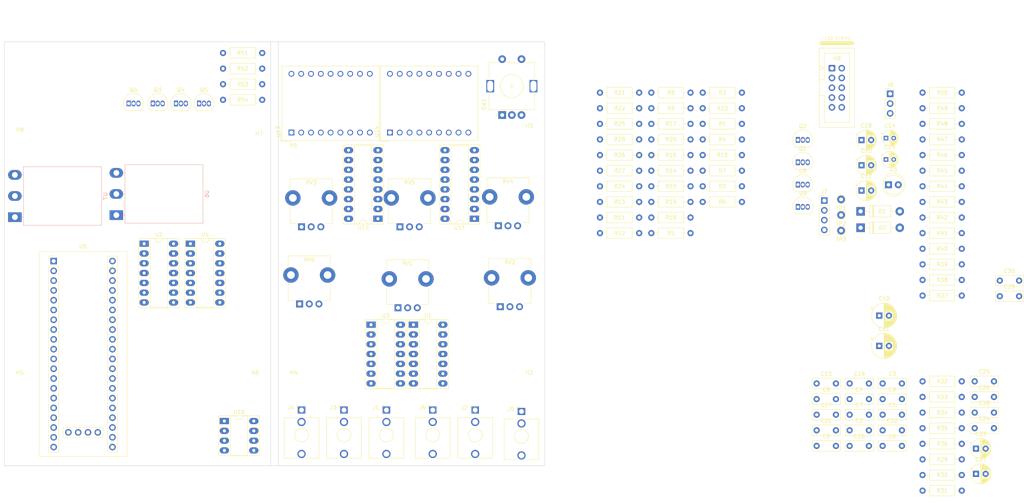
<source format=kicad_pcb>
(kicad_pcb (version 20240108) (generator "pcbnew") (generator_version "8.0")
  (layers (0 "F.Cu" signal) (31 "B.Cu" signal) (34 "B.Paste" user) (35 "F.Paste" user) (36 "B.SilkS" user "B.Silkscreen") (37 "F.SilkS" user "F.Silkscreen") (38 "B.Mask" user) (39 "F.Mask" user) (44 "Edge.Cuts" user))
  (net 0 "")
  (net 1 "+12V")
  (net 2 "GNDREF")
  (net 3 "-12V")
  (net 4 "Net-(D1-K)")
  (net 5 "Net-(D2-K)")
  (net 6 "Net-(D2-A)")
  (net 7 "Net-(D3-K)")
  (net 8 "+3.3V")
  (net 9 "Net-(D1-A)")
  (net 10 "Net-(U3D--)")
  (net 11 "Net-(U4-CH2)")
  (net 12 "Net-(Q1-B)")
  (net 13 "Net-(U4-CH1)")
  (net 14 "AREF_220uA")
  (net 15 "Net-(U3A--)")
  (net 16 "Net-(U4-CH0)")
  (net 17 "Net-(U3C--)")
  (net 18 "Net-(U3B--)")
  (net 19 "Net-(U4-CH3)")
  (net 20 "Net-(U5-PA3)")
  (net 21 "Net-(U2A-+)")
  (net 22 "Net-(C26-Pad1)")
  (net 23 "Net-(U2A--)")
  (net 24 "Net-(C27-Pad2)")
  (net 25 "+3.3VA")
  (net 26 "VREF_-10V")
  (net 27 "Net-(C28-Pad2)")
  (net 28 "Net-(U2B--)")
  (net 29 "Net-(J1-PadT)")
  (net 30 "Net-(J2-PadT)")
  (net 31 "Net-(J4-PadT)")
  (net 33 "Net-(J3-PadT)")
  (net 35 "Net-(J6-PadT)")
  (net 37 "Net-(J8-Pin_2)")
  (net 38 "Net-(J8-Pin_3)")
  (net 39 "Net-(J7-Pin_1)")
  (net 40 "Net-(J7-Pin_2)")
  (net 41 "Net-(Q2-B)")
  (net 42 "Net-(Q3-B)")
  (net 44 "Net-(Q3-C)")
  (net 45 "Net-(Q4-B)")
  (net 47 "Net-(J7-Pin_4)")
  (net 48 "Net-(J7-Pin_3)")
  (net 49 "Net-(J9-PadT)")
  (net 51 "Net-(Q1-C)")
  (net 52 "Net-(Q2-E)")
  (net 53 "Net-(U1C--)")
  (net 54 "Net-(U1D--)")
  (net 55 "Net-(U1A--)")
  (net 56 "Net-(U1B--)")
  (net 57 "Net-(Q4-C)")
  (net 58 "Net-(Q5-C)")
  (net 59 "Net-(Q5-B)")
  (net 60 "Net-(Q6-C)")
  (net 61 "Net-(Q6-B)")
  (net 62 "Net-(R1-Pad1)")
  (net 63 "Net-(U13-A)")
  (net 64 "Net-(R2-Pad2)")
  (net 65 "Net-(U13-B)")
  (net 66 "Net-(R3-Pad1)")
  (net 67 "Net-(U13-C)")
  (net 68 "Net-(U13-D)")
  (net 69 "Net-(R6-Pad2)")
  (net 70 "Net-(U13-E)")
  (net 71 "Net-(R14-Pad2)")
  (net 72 "Net-(U13-F)")
  (net 73 "Net-(R15-Pad2)")
  (net 74 "Net-(U13-G)")
  (net 75 "Net-(R10-Pad2)")
  (net 76 "Net-(R11-Pad1)")
  (net 77 "Net-(U13-H)")
  (net 78 "Net-(U13-J)")
  (net 79 "Net-(R12-Pad1)")
  (net 80 "Net-(U13-K)")
  (net 81 "Net-(U10-SCK)")
  (net 82 "Net-(U13-L)")
  (net 83 "Net-(U10-SDI)")
  (net 84 "Net-(U10-~{CS})")
  (net 85 "Net-(U13-M)")
  (net 86 "Net-(U13-N)")
  (net 87 "Net-(U10-VA)")
  (net 88 "Net-(U11-QF)")
  (net 89 "Net-(U13-P)")
  (net 90 "/display/CHAR_0")
  (net 91 "/display/CHAR_1")
  (net 92 "/display/CHAR_2")
  (net 93 "Net-(U11-QE)")
  (net 94 "/display/CHAR_3")
  (net 95 "Net-(U11-QD)")
  (net 96 "Net-(U11-QC)")
  (net 97 "Net-(U11-QB)")
  (net 98 "Net-(U11-QA)")
  (net 99 "Net-(U12-QH)")
  (net 100 "Net-(U12-QG)")
  (net 101 "Net-(U12-QF)")
  (net 102 "Net-(U12-QE)")
  (net 103 "Net-(U12-QD)")
  (net 104 "Net-(U12-QC)")
  (net 105 "/audio_out/DAC_SCK")
  (net 106 "/audio_out/DAC_MOSI")
  (net 107 "Net-(U12-QB)")
  (net 108 "/audio_out/DAC_SS")
  (net 109 "Net-(U12-QA)")
  (net 110 "Net-(U5-PA2)")
  (net 111 "Net-(U5-PA0)")
  (net 112 "Net-(U5-PA1)")
  (net 113 "Net-(U4-Din)")
  (net 114 "Net-(U4-~{CS}{slash}SHDN)")
  (net 116 "Net-(U4-Dout)")
  (net 118 "/display/EN_1")
  (net 119 "Net-(U4-CLK)")
  (net 122 "/display/SER_1")
  (net 127 "/display/SCK_1")
  (net 141 "Net-(U11-SER)")
  (footprint "Capacitor_THT:C_Disc_D7.0mm_W2.5mm_P5.00mm" (layer "F.Cu") (at 272.96 76.94)
    (property "Reference" "C30" (at 2.5 -2.5 0) (layer "F.SilkS"))
    (property "Value" "100nF")
    (pad "1" thru_hole circle (at 0 0) (size 1.6 1.6) (drill 0.8) (layers "*.Cu" "*.Mask") (net 2 "GNDREF"))
    (pad "2" thru_hole circle (at 5 0) (size 1.6 1.6) (drill 0.8) (layers "*.Cu" "*.Mask") (net 8 "+3.3V"))
  )
  (footprint "Synth:R_Default (DIN0207)" (layer "F.Cu") (at 182.68 48.43)
    (property "Reference" "R14" (at 5.05 0 0) (layer "F.SilkS"))
    (property "Value" "24K9")
    (pad "1" thru_hole circle (at -0.03 0) (size 1.6 1.6) (drill 0.8) (layers "*.Cu" "*.Mask") (net 15 "Net-(U3A--)"))
    (pad "2" thru_hole oval (at 10.13 0) (size 1.6 1.6) (drill 0.8) (layers "*.Cu" "*.Mask") (net 71 "Net-(R14-Pad2)"))
  )
  (footprint "Synth:R_Default (DIN0207)" (layer "F.Cu") (at 169.37 64.63)
    (property "Reference" "R12" (at 5.05 0 0) (layer "F.SilkS"))
    (property "Value" "24K9")
    (pad "1" thru_hole circle (at -0.03 0) (size 1.6 1.6) (drill 0.8) (layers "*.Cu" "*.Mask") (net 79 "Net-(R12-Pad1)"))
    (pad "2" thru_hole oval (at 10.13 0) (size 1.6 1.6) (drill 0.8) (layers "*.Cu" "*.Mask") (net 54 "Net-(U1D--)"))
  )
  (footprint "Capacitor_THT:C_Disc_D7.0mm_W2.5mm_P5.00mm" (layer "F.Cu") (at 266.45 115.23)
    (property "Reference" "C24" (at 2.5 -2.5 0) (layer "F.SilkS"))
    (property "Value" "100nF")
    (pad "1" thru_hole circle (at 0 0) (size 1.6 1.6) (drill 0.8) (layers "*.Cu" "*.Mask") (net 2 "GNDREF"))
    (pad "2" thru_hole circle (at 5 0) (size 1.6 1.6) (drill 0.8) (layers "*.Cu" "*.Mask") (net 8 "+3.3V"))
  )
  (footprint "Synth:R_Default (DIN0207)" (layer "F.Cu") (at 195.99 52.48)
    (property "Reference" "R2" (at 5.05 0 0) (layer "F.SilkS"))
    (property "Value" "200K")
    (pad "1" thru_hole circle (at -0.03 0) (size 1.6 1.6) (drill 0.8) (layers "*.Cu" "*.Mask") (net 17 "Net-(U3C--)"))
    (pad "2" thru_hole oval (at 10.13 0) (size 1.6 1.6) (drill 0.8) (layers "*.Cu" "*.Mask") (net 64 "Net-(R2-Pad2)"))
  )
  (footprint "Synth:Jack_3.5mm_QingPu_WQP-PJ398SM_Vertical_CircularHoles" (layer "F.Cu") (at 149 117.38)
    (property "Reference" "J9" (at -2.8 -7.1 180) (layer "F.SilkS"))
    (property "Value" "AUDIO_OUT")
    (pad "S" thru_hole rect (at 0 -6.48 180) (size 1.93 1.83) (drill 1.22) (layers "*.Cu" "*.Mask") (net 2 "GNDREF"))
    (pad "T" thru_hole circle (at 0 4.92 180) (size 2.13 2.13) (drill 1.43) (layers "*.Cu" "*.Mask") (net 49 "Net-(J9-PadT)"))
    (pad "TN" thru_hole circle (at 0 -3.38 180) (size 2.13 2.13) (drill 1.42) (layers "*.Cu" "*.Mask"))
  )
  (footprint "Synth:R_Default (DIN0207)" (layer "F.Cu") (at 252.97 119.28)
    (property "Reference" "R36" (at 5.05 0 0) (layer "F.SilkS"))
    (property "Value" "1K")
    (pad "1" thru_hole circle (at -0.03 0) (size 1.6 1.6) (drill 0.8) (layers "*.Cu" "*.Mask") (net 49 "Net-(J9-PadT)"))
    (pad "2" thru_hole oval (at 10.13 0) (size 1.6 1.6) (drill 0.8) (layers "*.Cu" "*.Mask") (net 27 "Net-(C28-Pad2)"))
  )
  (footprint "MountingHole:MountingHole_3.2mm_M3" (layer "F.Cu") (at 151 41)
    (property "Reference" "H3" (at 0 -4.2 0) (layer "F.SilkS"))
    (property "Value" "MountingHole")
    (pad "" np_thru_hole circle (at 0 0) (size 3.2 3.2) (drill 3.2) (layers "*.Cu" "*.Mask"))
  )
  (footprint "Capacitor_THT:CP_Radial_D5.0mm_P2.50mm" (layer "F.Cu") (at 237.119775 40.48)
    (property "Reference" "C18" (at 1.25 -3.75 0) (layer "F.SilkS"))
    (property "Value" "10uF")
    (pad "1" thru_hole rect (at 0 0) (size 1.6 1.6) (drill 0.8) (layers "*.Cu" "*.Mask") (net 41 "Net-(Q2-B)"))
    (pad "2" thru_hole circle (at 2.5 0) (size 1.6 1.6) (drill 0.8) (layers "*.Cu" "*.Mask") (net 2 "GNDREF"))
  )
  (footprint "Synth:R_Default (DIN0207)" (layer "F.Cu") (at 252.97 76.78)
    (property "Reference" "R38" (at 5.05 0 0) (layer "F.SilkS"))
    (property "Value" "100R")
    (pad "1" thru_hole circle (at -0.03 0) (size 1.6 1.6) (drill 0.8) (layers "*.Cu" "*.Mask") (net 86 "Net-(U13-N)"))
    (pad "2" thru_hole oval (at 10.13 0) (size 1.6 1.6) (drill 0.8) (layers "*.Cu" "*.Mask") (net 93 "Net-(U11-QE)"))
  )
  (footprint "Package_DIP:DIP-16_W7.62mm_Socket_LongPads" (layer "F.Cu") (at 111.8 60.9 180)
    (property "Reference" "U12" (at 3.81 -2.33 180) (layer "F.SilkS"))
    (property "Value" "74HC595")
    (pad "1" thru_hole rect (at 0 0 180) (size 2.4 1.6) (drill 0.8) (layers "*.Cu" "*.Mask") (net 107 "Net-(U12-QB)"))
    (pad "2" thru_hole oval (at 0 2.54 180) (size 2.4 1.6) (drill 0.8) (layers "*.Cu" "*.Mask") (net 104 "Net-(U12-QC)"))
    (pad "3" thru_hole oval (at 0 5.08 180) (size 2.4 1.6) (drill 0.8) (layers "*.Cu" "*.Mask") (net 103 "Net-(U12-QD)"))
    (pad "4" thru_hole oval (at 0 7.62 180) (size 2.4 1.6) (drill 0.8) (layers "*.Cu" "*.Mask") (net 102 "Net-(U12-QE)"))
    (pad "5" thru_hole oval (at 0 10.16 180) (size 2.4 1.6) (drill 0.8) (layers "*.Cu" "*.Mask") (net 101 "Net-(U12-QF)"))
    (pad "6" thru_hole oval (at 0 12.7 180) (size 2.4 1.6) (drill 0.8) (layers "*.Cu" "*.Mask") (net 100 "Net-(U12-QG)"))
    (pad "7" thru_hole oval (at 0 15.24 180) (size 2.4 1.6) (drill 0.8) (layers "*.Cu" "*.Mask") (net 99 "Net-(U12-QH)"))
    (pad "8" thru_hole oval (at 0 17.78 180) (size 2.4 1.6) (drill 0.8) (layers "*.Cu" "*.Mask") (net 2 "GNDREF"))
    (pad "9" thru_hole oval (at 7.62 17.78 180) (size 2.4 1.6) (drill 0.8) (layers "*.Cu" "*.Mask") (net 141 "Net-(U11-SER)"))
    (pad "10" thru_hole oval (at 7.62 15.24 180) (size 2.4 1.6) (drill 0.8) (layers "*.Cu" "*.Mask") (net 8 "+3.3V"))
    (pad "11" thru_hole oval (at 7.62 12.7 180) (size 2.4 1.6) (drill 0.8) (layers "*.Cu" "*.Mask") (net 127 "/display/SCK_1"))
    (pad "12" thru_hole oval (at 7.62 10.16 180) (size 2.4 1.6) (drill 0.8) (layers "*.Cu" "*.Mask") (net 118 "/display/EN_1"))
    (pad "13" thru_hole oval (at 7.62 7.62 180) (size 2.4 1.6) (drill 0.8) (layers "*.Cu" "*.Mask") (net 2 "GNDREF"))
    (pad "14" thru_hole oval (at 7.62 5.08 180) (size 2.4 1.6) (drill 0.8) (layers "*.Cu" "*.Mask") (net 122 "/display/SER_1"))
    (pad "15" thru_hole oval (at 7.62 2.54 180) (size 2.4 1.6) (drill 0.8) (layers "*.Cu" "*.Mask") (net 109 "Net-(U12-QA)"))
    (pad "16" thru_hole oval (at 7.62 0 180) (size 2.4 1.6) (drill 0.8) (layers "*.Cu" "*.Mask") (net 8 "+3.3V"))
  )
  (footprint "Synth:R_Default (DIN0207)" (layer "F.Cu") (at 252.97 131.43)
    (property "Reference" "R31" (at 5.05 0 0) (layer "F.SilkS"))
    (property "Value" "47R")
    (pad "1" thru_hole circle (at -0.03 0) (size 1.6 1.6) (drill 0.8) (layers "*.Cu" "*.Mask") (net 84 "Net-(U10-~{CS})"))
    (pad "2" thru_hole oval (at 10.13 0) (size 1.6 1.6) (drill 0.8) (layers "*.Cu" "*.Mask") (net 108 "/audio_out/DAC_SS"))
  )
  (footprint "Synth:R_Default (DIN0207)" (layer "F.Cu") (at 195.99 56.53)
    (property "Reference" "R6" (at 5.05 0 0) (layer "F.SilkS"))
    (property "Value" "200K")
    (pad "1" thru_hole circle (at -0.03 0) (size 1.6 1.6) (drill 0.8) (layers "*.Cu" "*.Mask") (net 15 "Net-(U3A--)"))
    (pad "2" thru_hole oval (at 10.13 0) (size 1.6 1.6) (drill 0.8) (layers "*.Cu" "*.Mask") (net 69 "Net-(R6-Pad2)"))
  )
  (footprint "Synth:IDC-Header_2x05_P2.54mm_Vertical" (layer "F.Cu") (at 229.46 21.84)
    (property "Reference" "H9" (at 1.27 -2.5 0) (layer "F.SilkS"))
    (property "Value" "Conn_02x05_PWR_Eurorack")
    (fp_text user "-12V STRIPE" (at -3 -7.25 0) (layer "F.SilkS") (effects (font (size 0.8 0.8) (thickness 0.1)) (justify left bottom)))
    (pad "1" thru_hole roundrect (at 0 0) (size 1.7 1.7) (drill 1) (layers "*.Cu" "*.Mask") (roundrect_rratio 0.147059) (net 5 "Net-(D2-K)"))
    (pad "2" thru_hole circle (at 2.54 0) (size 1.7 1.7) (drill 1) (layers "*.Cu" "*.Mask") (net 5 "Net-(D2-K)"))
    (pad "3" thru_hole circle (at 0 2.54) (size 1.7 1.7) (drill 1) (layers "*.Cu" "*.Mask") (net 2 "GNDREF"))
    (pad "4" thru_hole circle (at 2.54 2.54) (size 1.7 1.7) (drill 1) (layers "*.Cu" "*.Mask") (net 2 "GNDREF"))
    (pad "5" thru_hole circle (at 0 5.08) (size 1.7 1.7) (drill 1) (layers "*.Cu" "*.Mask") (net 2 "GNDREF"))
    (pad "6" thru_hole circle (at 2.54 5.08) (size 1.7 1.7) (drill 1) (layers "*.Cu" "*.Mask") (net 2 "GNDREF"))
    (pad "7" thru_hole circle (at 0 7.62) (size 1.7 1.7) (drill 1) (layers "*.Cu" "*.Mask") (net 2 "GNDREF"))
    (pad "8" thru_hole circle (at 2.54 7.62) (size 1.7 1.7) (drill 1) (layers "*.Cu" "*.Mask") (net 2 "GNDREF"))
    (pad "9" thru_hole circle (at 0 10.16) (size 1.7 1.7) (drill 1) (layers "*.Cu" "*.Mask") (net 9 "Net-(D1-A)"))
    (pad "10" thru_hole circle (at 2.54 10.16) (size 1.7 1.7) (drill 1) (layers "*.Cu" "*.Mask") (net 9 "Net-(D1-A)"))
  )
  (footprint "Synth:R_Default (DIN0207)" (layer "F.Cu") (at 71.68 30.05)
    (property "Reference" "R54" (at 5.05 0 0) (layer "F.SilkS"))
    (property "Value" "1K")
    (pad "1" thru_hole circle (at -0.03 0) (size 1.6 1.6) (drill 0.8) (layers "*.Cu" "*.Mask") (net 61 "Net-(Q6-B)"))
    (pad "2" thru_hole oval (at 10.13 0) (size 1.6 1.6) (drill 0.8) (layers "*.Cu" "*.Mask") (net 94 "/display/CHAR_3"))
  )
  (footprint "Connector_Pin:Pin_D1.0mm_L10.0mm" (layer "F.Cu") (at 231.83 55.88)
    (property "Reference" "TP1" (at 0 2.25 0) (layer "F.SilkS"))
    (property "Value" "+12V")
    (pad "1" thru_hole circle (at 0 0) (size 2 2) (drill 1) (layers "*.Cu" "*.Mask") (net 1 "+12V"))
  )
  (footprint "Capacitor_THT:C_Disc_D7.0mm_W2.5mm_P5.00mm" (layer "F.Cu") (at 225.49 111.73)
    (property "Reference" "C17" (at 2.5 -2.5 0) (layer "F.SilkS"))
    (property "Value" "100nF")
    (pad "1" thru_hole circle (at 0 0) (size 1.6 1.6) (drill 0.8) (layers "*.Cu" "*.Mask") (net 1 "+12V"))
    (pad "2" thru_hole circle (at 5 0) (size 1.6 1.6) (drill 0.8) (layers "*.Cu" "*.Mask") (net 2 "GNDREF"))
  )
  (footprint "Synth:Jack_3.5mm_QingPu_WQP-PJ398SM_Vertical_CircularHoles" (layer "F.Cu") (at 103 117)
    (property "Reference" "J3" (at -2.8 -7.1 180) (layer "F.SilkS"))
    (property "Value" "FM_PITCH_INPUT_1")
    (pad "S" thru_hole rect (at 0 -6.48 180) (size 1.93 1.83) (drill 1.22) (layers "*.Cu" "*.Mask") (net 2 "GNDREF"))
    (pad "T" thru_hole circle (at 0 4.92 180) (size 2.13 2.13) (drill 1.43) (layers "*.Cu" "*.Mask") (net 33 "Net-(J3-PadT)"))
    (pad "TN" thru_hole circle (at 0 -3.38 180) (size 2.13 2.13) (drill 1.42) (layers "*.Cu" "*.Mask"))
  )
  (footprint "Synth:R_Default (DIN0207)" (layer "F.Cu") (at 71.68 21.95)
    (property "Reference" "R52" (at 5.05 0 0) (layer "F.SilkS"))
    (property "Value" "1K")
    (pad "1" thru_hole circle (at -0.03 0) (size 1.6 1.6) (drill 0.8) (layers "*.Cu" "*.Mask") (net 45 "Net-(Q4-B)"))
    (pad "2" thru_hole oval (at 10.13 0) (size 1.6 1.6) (drill 0.8) (layers "*.Cu" "*.Mask") (net 91 "/display/CHAR_1"))
  )
  (footprint "Synth:R_Default (DIN0207)" (layer "F.Cu") (at 182.68 44.38)
    (property "Reference" "R16" (at 5.05 0 0) (layer "F.SilkS"))
    (property "Value" "24K9")
    (pad "1" thru_hole circle (at -0.03 0) (size 1.6 1.6) (drill 0.8) (layers "*.Cu" "*.Mask") (net 18 "Net-(U3B--)"))
    (pad "2" thru_hole oval (at 10.13 0) (size 1.6 1.6) (drill 0.8) (layers "*.Cu" "*.Mask") (net 79 "Net-(R12-Pad1)"))
  )
  (footprint "Capacitor_THT:CP_Radial_D5.0mm_P2.50mm" (layer "F.Cu") (at 266.789775 127.08)
    (property "Reference" "C27" (at 1.25 -3.75 0) (layer "F.SilkS"))
    (property "Value" "10uF")
    (pad "1" thru_hole rect (at 0 0) (size 1.6 1.6) (drill 0.8) (layers "*.Cu" "*.Mask") (net 23 "Net-(U2A--)"))
    (pad "2" thru_hole circle (at 2.5 0) (size 1.6 1.6) (drill 0.8) (layers "*.Cu" "*.Mask") (net 24 "Net-(C27-Pad2)"))
  )
  (footprint "stm32:YAAJ_WeAct_BlackPill_SWD_2" (layer "F.Cu") (at 27.76 71.87)
    (property "Reference" "U5" (at 7.62 -3.81 0) (layer "F.SilkS"))
    (property "Value" "YAAJ_WeAct_BlackPill_Part_Like_SWD_Breakout" (hide yes))
    (pad "1" thru_hole rect (at 0 0) (size 1.7 1.7) (drill 1) (layers "*.Cu" "*.Mask") (net 108 "/audio_out/DAC_SS"))
    (pad "2" thru_hole circle (at 0 2.54) (size 1.7 1.7) (drill 1) (layers "*.Cu" "*.Mask") (net 105 "/audio_out/DAC_SCK"))
    (pad "3" thru_hole circle (at 0 5.08) (size 1.7 1.7) (drill 1) (layers "*.Cu" "*.Mask"))
    (pad "4" thru_hole circle (at 0 7.62) (size 1.7 1.7) (drill 1) (layers "*.Cu" "*.Mask") (net 106 "/audio_out/DAC_MOSI"))
    (pad "5" thru_hole circle (at 0 10.16) (size 1.7 1.7) (drill 1) (layers "*.Cu" "*.Mask"))
    (pad "6" thru_hole circle (at 0 12.7) (size 1.7 1.7) (drill 1) (layers "*.Cu" "*.Mask") (net 37 "Net-(J8-Pin_2)"))
    (pad "7" thru_hole circle (at 0 15.24) (size 1.7 1.7) (drill 1) (layers "*.Cu" "*.Mask") (net 38 "Net-(J8-Pin_3)"))
    (pad "8" thru_hole circle (at 0 17.78) (size 1.7 1.7) (drill 1) (layers "*.Cu" "*.Mask"))
    (pad "9" thru_hole circle (at 0 20.32) (size 1.7 1.7) (drill 1) (layers "*.Cu" "*.Mask"))
    (pad "10" thru_hole circle (at 0 22.86) (size 1.7 1.7) (drill 1) (layers "*.Cu" "*.Mask"))
    (pad "11" thru_hole circle (at 0 25.4) (size 1.7 1.7) (drill 1) (layers "*.Cu" "*.Mask"))
    (pad "12" thru_hole circle (at 0 27.94) (size 1.7 1.7) (drill 1) (layers "*.Cu" "*.Mask"))
    (pad "13" thru_hole circle (at 0 30.48) (size 1.7 1.7) (drill 1) (layers "*.Cu" "*.Mask") (net 92 "/display/CHAR_2"))
    (pad "14" thru_hole circle (at 0 33.02) (size 1.7 1.7) (drill 1) (layers "*.Cu" "*.Mask") (net 94 "/display/CHAR_3"))
    (pad "15" thru_hole circle (at 0 35.56) (size 1.7 1.7) (drill 1) (layers "*.Cu" "*.Mask") (net 90 "/display/CHAR_0"))
    (pad "16" thru_hole circle (at 0 38.1) (size 1.7 1.7) (drill 1) (layers "*.Cu" "*.Mask") (net 91 "/display/CHAR_1"))
    (pad "17" thru_hole circle (at 0 40.64) (size 1.7 1.7) (drill 1) (layers "*.Cu" "*.Mask") (net 2 "GNDREF"))
    (pad "18" thru_hole circle (at 0 43.18) (size 1.7 1.7) (drill 1) (layers "*.Cu" "*.Mask"))
    (pad "19" thru_hole circle (at 0 45.72) (size 1.7 1.7) (drill 1) (layers "*.Cu" "*.Mask") (net 2 "GNDREF"))
    (pad "20" thru_hole circle (at 0 48.26) (size 1.7 1.7) (drill 1) (layers "*.Cu" "*.Mask") (net 8 "+3.3V"))
    (pad "21" thru_hole circle (at 15.24 48.26) (size 1.7 1.7) (drill 1) (layers "*.Cu" "*.Mask") (net 8 "+3.3V"))
    (pad "22" thru_hole circle (at 15.24 45.72) (size 1.7 1.7) (drill 1) (layers "*.Cu" "*.Mask"))
    (pad "23" thru_hole circle (at 15.24 43.18) (size 1.7 1.7) (drill 1) (layers "*.Cu" "*.Mask"))
    (pad "24" thru_hole circle (at 15.24 40.64) (size 1.7 1.7) (drill 1) (layers "*.Cu" "*.Mask"))
    (pad "25" thru_hole circle (at 15.24 38.1) (size 1.7 1.7) (drill 1) (layers "*.Cu" "*.Mask"))
    (pad "26" thru_hole circle (at 15.24 35.56) (size 1.7 1.7) (drill 1) (layers "*.Cu" "*.Mask") (net 111 "Net-(U5-PA0)"))
    (pad "27" thru_hole circle (at 15.24 33.02) (size 1.7 1.7) (drill 1) (layers "*.Cu" "*.Mask") (net 112 "Net-(U5-PA1)"))
    (pad "28" thru_hole circle (at 15.24 30.48) (size 1.7 1.7) (drill 1) (layers "*.Cu" "*.Mask") (net 110 "Net-(U5-PA2)"))
    (pad "29" thru_hole circle (at 15.24 27.94) (size 1.7 1.7) (drill 1) (layers "*.Cu" "*.Mask") (net 20 "Net-(U5-PA3)"))
    (pad "30" thru_hole circle (at 15.24 25.4) (size 1.7 1.7) (drill 1) (layers "*.Cu" "*.Mask") (net 51 "Net-(Q1-C)"))
    (pad "31" thru_hole circle (at 15.24 22.86) (size 1.7 1.7) (drill 1) (layers "*.Cu" "*.Mask") (net 119 "Net-(U4-CLK)"))
    (pad "32" thru_hole circle (at 15.24 20.32) (size 1.7 1.7) (drill 1) (layers "*.Cu" "*.Mask") (net 113 "Net-(U4-Din)"))
    (pad "33" thru_hole circle (at 15.24 17.78) (size 1.7 1.7) (drill 1) (layers "*.Cu" "*.Mask") (net 116 "Net-(U4-Dout)"))
    (pad "34" thru_hole circle (at 15.24 15.24) (size 1.7 1.7) (drill 1) (layers "*.Cu" "*.Mask") (net 114 "Net-(U4-~{CS}{slash}SHDN)"))
    (pad "35" thru_hole circle (at 15.24 12.7) (size 1.7 1.7) (drill 1) (layers "*.Cu" "*.Mask") (net 122 "/display/SER_1"))
    (pad "36" thru_hole circle (at 15.24 10.16) (size 1.7 1.7) (drill 1) (layers "*.Cu" "*.Mask") (net 118 "/display/EN_1"))
    (pad "37" thru_hole circle (at 15.24 7.62) (size 1.7 1.7) (drill 1) (layers "*.Cu" "*.Mask") (net 127 "/display/SCK_1"))
    (pad "38" thru_hole circle (at 15.24 5.08) (size 1.7 1.7) (drill 1) (layers "*.Cu" "*.Mask") (net 8 "+3.3V"))
    (pad "39" thru_hole circle (at 15.24 2.54) (size 1.7 1.7) (drill 1) (layers "*.Cu" "*.Mask") (net 2 "GNDREF"))
    (pad "40" thru_hole circle (at 15.24 0) (size 1.7 1.7) (drill 1) (layers "*.Cu" "*.Mask"))
    (pad "41" thru_hole circle (at 11.432 44.449) (size 1.7 1.7) (drill 1) (layers "*.Cu" "*.Mask") (net 47 "Net-(J7-Pin_4)"))
    (pad "42" thru_hole circle (at 8.892 44.449) (size 1.7 1.7) (drill 1) (layers "*.Cu" "*.Mask") (net 48 "Net-(J7-Pin_3)"))
    (pad "43" thru_hole circle (at 6.352 44.449) (size 1.7 1.7) (drill 1) (layers "*.Cu" "*.Mask") (net 40 "Net-(J7-Pin_2)"))
    (pad "44" thru_hole circle (at 3.812 44.449) (size 1.7 1.7) (drill 1) (layers "*.Cu" "*.Mask") (net 39 "Net-(J7-Pin_1)"))
  )
  (footprint "Package_TO_SOT_THT:TO-92_Inline" (layer "F.Cu") (at 220.63 57.83)
    (property "Reference" "U9" (at 1.27 -3.56 0) (layer "F.SilkS"))
    (property "Value" "LM4040LP-10")
    (pad "1" thru_hole rect (at 0 0) (size 1.05 1.5) (drill 0.75) (layers "*.Cu" "*.Mask"))
    (pad "2" thru_hole oval (at 1.27 0) (size 1.05 1.5) (drill 0.75) (layers "*.Cu" "*.Mask") (net 2 "GNDREF"))
    (pad "3" thru_hole oval (at 2.54 0) (size 1.05 1.5) (drill 0.75) (layers "*.Cu" "*.Mask") (net 26 "VREF_-10V"))
  )
  (footprint "Synth:R_Default (DIN0207)" (layer "F.Cu") (at 252.97 111.18)
    (property "Reference" "R34" (at 5.05 0 0) (layer "F.SilkS"))
    (property "Value" "20K")
    (pad "1" thru_hole circle (at -0.03 0) (size 1.6 1.6) (drill 0.8) (layers "*.Cu" "*.Mask") (net 28 "Net-(U2B--)"))
    (pad "2" thru_hole oval (at 10.13 0) (size 1.6 1.6) (drill 0.8) (layers "*.Cu" "*.Mask") (net 24 "Net-(C27-Pad2)"))
  )
  (footprint "Synth:R_Default (DIN0207)" (layer "F.Cu") (at 252.97 56.53)
    (property "Reference" "R43" (at 5.05 0 0) (layer "F.SilkS"))
    (property "Value" "100R")
    (pad "1" thru_hole circle (at -0.03 0) (size 1.6 1.6) (drill 0.8) (layers "*.Cu" "*.Mask") (net 77 "Net-(U13-H)"))
    (pad "2" thru_hole oval (at 10.13 0) (size 1.6 1.6) (drill 0.8) (layers "*.Cu" "*.Mask") (net 99 "Net-(U12-QH)"))
  )
  (footprint "Synth:R_Default (DIN0207)" (layer "F.Cu") (at 71.68 26)
    (property "Reference" "R53" (at 5.05 0 0) (layer "F.SilkS"))
    (property "Value" "1K")
    (pad "1" thru_hole circle (at -0.03 0) (size 1.6 1.6) (drill 0.8) (layers "*.Cu" "*.Mask") (net 59 "Net-(Q5-B)"))
    (pad "2" thru_hole oval (at 10.13 0) (size 1.6 1.6) (drill 0.8) (layers "*.Cu" "*.Mask") (net 92 "/display/CHAR_2"))
  )
  (footprint "MountingHole:MountingHole_3.2mm_M3" (layer "F.Cu") (at 90 105)
    (property "Reference" "H4" (at 0 -4.2 0) (layer "F.SilkS"))
    (property "Value" "MountingHole")
    (pad "" np_thru_hole circle (at 0 0) (size 3.2 3.2) (drill 3.2) (layers "*.Cu" "*.Mask"))
  )
  (footprint "Capacitor_THT:C_Disc_D7.0mm_W2.5mm_P5.00mm" (layer "F.Cu") (at 234.04 119.83)
    (property "Reference" "C16" (at 2.5 -2.5 0) (layer "F.SilkS"))
    (property "Value" "100nF")
    (pad "1" thru_hole circle (at 0 0) (size 1.6 1.6) (drill 0.8) (layers "*.Cu" "*.Mask") (net 20 "Net-(U5-PA3)"))
    (pad "2" thru_hole circle (at 5 0) (size 1.6 1.6) (drill 0.8) (layers "*.Cu" "*.Mask") (net 2 "GNDREF"))
  )
  (footprint "Synth:Potentiometer_TT_P0915N" (layer "F.Cu") (at 94 75.5)
    (property "Reference" "RV6" (at 0 -4 0) (layer "F.SilkS"))
    (property "Value" "B10K")
    (pad "" thru_hole oval (at -4.75 0) (size 4 4) (drill 2) (layers "*.Cu" "*.Mask"))
    (pad "" thru_hole oval (at 4.75 0) (size 4 4) (drill 2) (layers "*.Cu" "*.Mask"))
    (pad "1" thru_hole rect (at -2.5 7.5) (size 1.8 1.8) (drill 1) (layers "*.Cu" "*.Mask") (net 8 "+3.3V"))
    (pad "2" thru_hole circle (at 0 7.5) (size 1.8 1.8) (drill 1) (layers "*.Cu" "*.Mask") (net 20 "Net-(U5-PA3)"))
    (pad "3" thru_hole circle (at 2.5 7.5) (size 1.8 1.8) (drill 1) (layers "*.Cu" "*.Mask") (net 2 "GNDREF"))
  )
  (footprint "Synth:Potentiometer_TT_P0915N" (layer "F.Cu") (at 119.5 76.5)
    (property "Reference" "RV1" (at 0 -4 0) (layer "F.SilkS"))
    (property "Value" "B10K")
    (pad "" thru_hole oval (at -4.75 0) (size 4 4) (drill 2) (layers "*.Cu" "*.Mask"))
    (pad "" thru_hole oval (at 4.75 0) (size 4 4) (drill 2) (layers "*.Cu" "*.Mask"))
    (pad "1" thru_hole rect (at -2.5 7.5) (size 1.8 1.8) (drill 1) (layers "*.Cu" "*.Mask") (net 26 "VREF_-10V"))
    (pad "2" thru_hole circle (at 0 7.5) (size 1.8 1.8) (drill 1) (layers "*.Cu" "*.Mask") (net 64 "Net-(R2-Pad2)"))
    (pad "3" thru_hole circle (at 2.5 7.5) (size 1.8 1.8) (drill 1) (layers "*.Cu" "*.Mask") (net 2 "GNDREF"))
  )
  (footprint "Package_DIP:DIP-14_W7.62mm_Socket_LongPads" (layer "F.Cu") (at 121 88.38)
    (property "Reference" "U1" (at 3.81 -2.33 0) (layer "F.SilkS"))
    (property "Value" "TL074")
    (pad "1" thru_hole rect (at 0 0) (size 2.4 1.6) (drill 0.8) (layers "*.Cu" "*.Mask") (net 71 "Net-(R14-Pad2)"))
    (pad "2" thru_hole oval (at 0 2.54) (size 2.4 1.6) (drill 0.8) (layers "*.Cu" "*.Mask") (net 55 "Net-(U1A--)"))
    (pad "3" thru_hole oval (at 0 5.08) (size 2.4 1.6) (drill 0.8) (layers "*.Cu" "*.Mask") (net 2 "GNDREF"))
    (pad "4" thru_hole oval (at 0 7.62) (size 2.4 1.6) (drill 0.8) (layers "*.Cu" "*.Mask") (net 1 "+12V"))
    (pad "5" thru_hole oval (at 0 10.16) (size 2.4 1.6) (drill 0.8) (layers "*.Cu" "*.Mask") (net 2 "GNDREF"))
    (pad "6" thru_hole oval (at 0 12.7) (size 2.4 1.6) (drill 0.8) (layers "*.Cu" "*.Mask") (net 56 "Net-(U1B--)"))
    (pad "7" thru_hole oval (at 0 15.24) (size 2.4 1.6) (drill 0.8) (layers "*.Cu" "*.Mask") (net 73 "Net-(R15-Pad2)"))
    (pad "8" thru_hole oval (at 7.62 15.24) (size 2.4 1.6) (drill 0.8) (layers "*.Cu" "*.Mask") (net 76 "Net-(R11-Pad1)"))
    (pad "9" thru_hole oval (at 7.62 12.7) (size 2.4 1.6) (drill 0.8) (layers "*.Cu" "*.Mask") (net 53 "Net-(U1C--)"))
    (pad "10" thru_hole oval (at 7.62 10.16) (size 2.4 1.6) (drill 0.8) (layers "*.Cu" "*.Mask") (net 2 "GNDREF"))
    (pad "11" thru_hole oval (at 7.62 7.62) (size 2.4 1.6) (drill 0.8) (layers "*.Cu" "*.Mask") (net 3 "-12V"))
    (pad "12" thru_hole oval (at 7.62 5.08) (size 2.4 1.6) (drill 0.8) (layers "*.Cu" "*.Mask") (net 2 "GNDREF"))
    (pad "13" thru_hole oval (at 7.62 2.54) (size 2.4 1.6) (drill 0.8) (layers "*.Cu" "*.Mask") (net 54 "Net-(U1D--)"))
    (pad "14" thru_hole oval (at 7.62 0) (size 2.4 1.6) (drill 0.8) (layers "*.Cu" "*.Mask") (net 79 "Net-(R12-Pad1)"))
  )
  (footprint "Synth:R_Default (DIN0207)" (layer "F.Cu") (at 195.99 32.23)
    (property "Reference" "R23" (at 5.05 0 0) (layer "F.SilkS"))
    (property "Value" "100K")
    (pad "1" thru_hole circle (at -0.03 0) (size 1.6 1.6) (drill 0.8) (layers "*.Cu" "*.Mask") (net 12 "Net-(Q1-B)"))
    (pad "2" thru_hole oval (at 10.13 0) (size 1.6 1.6) (drill 0.8) (layers "*.Cu" "*.Mask") (net 35 "Net-(J6-PadT)"))
  )
  (footprint "Synth:R_Default (DIN0207)" (layer "F.Cu") (at 182.68 60.58)
    (property "Reference" "R18" (at 5.05 0 0) (layer "F.SilkS"))
    (property "Value" "49K9")
    (pad "1" thru_hole circle (at -0.03 0) (size 1.6 1.6) (drill 0.8) (layers "*.Cu" "*.Mask") (net 13 "Net-(U4-CH1)"))
    (pad "2" thru_hole oval (at 10.13 0) (size 1.6 1.6) (drill 0.8) (layers "*.Cu" "*.Mask") (net 15 "Net-(U3A--)"))
  )
  (footprint "Capacitor_THT:C_Disc_D7.0mm_W2.5mm_P5.00mm" (layer "F.Cu") (at 225.49 107.68)
    (property "Reference" "C8" (at 2.5 -2.5 0) (layer "F.SilkS"))
    (property "Value" "1nF")
    (pad "1" thru_hole circle (at 0 0) (size 1.6 1.6) (drill 0.8) (layers "*.Cu" "*.Mask") (net 18 "Net-(U3B--)"))
    (pad "2" thru_hole circle (at 5 0) (size 1.6 1.6) (drill 0.8) (layers "*.Cu" "*.Mask") (net 19 "Net-(U4-CH3)"))
  )
  (footprint "Synth:R_Default (DIN0207)" (layer "F.Cu") (at 182.68 56.53)
    (property "Reference" "R19" (at 5.05 0 0) (layer "F.SilkS"))
    (property "Value" "49K9")
    (pad "1" thru_hole circle (at -0.03 0) (size 1.6 1.6) (drill 0.8) (layers "*.Cu" "*.Mask") (net 16 "Net-(U4-CH0)"))
    (pad "2" thru_hole oval (at 10.13 0) (size 1.6 1.6) (drill 0.8) (layers "*.Cu" "*.Mask") (net 17 "Net-(U3C--)"))
  )
  (footprint "Capacitor_THT:CP_Radial_D6.3mm_P2.50mm" (layer "F.Cu") (at 241.725241 86.03)
    (property "Reference" "C10" (at 1.25 -4.4 0) (layer "F.SilkS"))
    (property "Value" "47uF")
    (pad "1" thru_hole rect (at 0 0) (size 1.6 1.6) (drill 0.8) (layers "*.Cu" "*.Mask") (net 1 "+12V"))
    (pad "2" thru_hole circle (at 2.5 0) (size 1.6 1.6) (drill 0.8) (layers "*.Cu" "*.Mask") (net 2 "GNDREF"))
  )
  (footprint "Capacitor_THT:C_Disc_D7.0mm_W2.5mm_P5.00mm" (layer "F.Cu") (at 225.49 119.83)
    (property "Reference" "C5" (at 2.5 -2.5 0) (layer "F.SilkS"))
    (property "Value" "1nF")
    (pad "1" thru_hole circle (at 0 0) (size 1.6 1.6) (drill 0.8) (layers "*.Cu" "*.Mask") (net 10 "Net-(U3D--)"))
    (pad "2" thru_hole circle (at 5 0) (size 1.6 1.6) (drill 0.8) (layers "*.Cu" "*.Mask") (net 11 "Net-(U4-CH2)"))
  )
  (footprint "Capacitor_THT:C_Disc_D7.0mm_W2.5mm_P5.00mm" (layer "F.Cu") (at 242.59 111.73)
    (property "Reference" "C1" (at 2.5 -2.5 0) (layer "F.SilkS"))
    (property "Value" "100nF")
    (pad "1" thru_hole circle (at 0 0) (size 1.6 1.6) (drill 0.8) (layers "*.Cu" "*.Mask") (net 1 "+12V"))
    (pad "2" thru_hole circle (at 5 0) (size 1.6 1.6) (drill 0.8) (layers "*.Cu" "*.Mask") (net 2 "GNDREF"))
  )
  (footprint "Package_DIP:DIP-14_W7.62mm_Socket_LongPads" (layer "F.Cu") (at 63.2 67.375)
    (property "Reference" "U4" (at 3.81 -2.33 0) (layer "F.SilkS"))
    (property "Value" "MCP3204")
    (pad "1" thru_hole rect (at 0 0) (size 2.4 1.6) (drill 0.8) (layers "*.Cu" "*.Mask") (net 16 "Net-(U4-CH0)"))
    (pad "2" thru_hole oval (at 0 2.54) (size 2.4 1.6) (drill 0.8) (layers "*.Cu" "*.Mask") (net 13 "Net-(U4-CH1)"))
    (pad "3" thru_hole oval (at 0 5.08) (size 2.4 1.6) (drill 0.8) (layers "*.Cu" "*.Mask") (net 11 "Net-(U4-CH2)"))
    (pad "4" thru_hole oval (at 0 7.62) (size 2.4 1.6) (drill 0.8) (layers "*.Cu" "*.Mask") (net 19 "Net-(U4-CH3)"))
    (pad "5" thru_hole oval (at 0 10.16) (size 2.4 1.6) (drill 0.8) (layers "*.Cu" "*.Mask"))
    (pad "6" thru_hole oval (at 0 12.7) (size 2.4 1.6) (drill 0.8) (layers "*.Cu" "*.Mask"))
    (pad "7" thru_hole oval (at 0 15.24) (size 2.4 1.6) (drill 0.8) (layers "*.Cu" "*.Mask") (net 2 "GNDREF"))
    (pad "8" thru_hole oval (at 7.62 15.24) (size 2.4 1.6) (drill 0.8) (layers "*.Cu" "*.Mask") (net 114 "Net-(U4-~{CS}{slash}SHDN)"))
    (pad "9" thru_hole oval (at 7.62 12.7) (size 2.4 1.6) (drill 0.8) (layers "*.Cu" "*.Mask") (net 113 "Net-(U4-Din)"))
    (pad "10" thru_hole oval (at 7.62 10.16) (size 2.4 1.6) (drill 0.8) (layers "*.Cu" "*.Mask") (net 116 "Net-(U4-Dout)"))
    (pad "11" thru_hole oval (at 7.62 7.62) (size 2.4 1.6) (drill 0.8) (layers "*.Cu" "*.Mask") (net 119 "Net-(U4-CLK)"))
    (pad "12" thru_hole oval (at 7.62 5.08) (size 2.4 1.6) (drill 0.8) (layers "*.Cu" "*.Mask") (net 2 "GNDREF"))
    (pad "13" thru_hole oval (at 7.62 2.54) (size 2.4 1.6) (drill 0.8) (layers "*.Cu" "*.Mask") (net 14 "AREF_220uA"))
    (pad "14" thru_hole oval (at 7.62 0) (size 2.4 1.6) (drill 0.8) (layers "*.Cu" "*.Mask") (net 8 "+3.3V"))
  )
  (footprint "Connector_Pin:Pin_D1.0mm_L10.0mm" (layer "F.Cu") (at 231.83 59.93)
    (property "Reference" "TP2" (at 0 2.25 0) (layer "F.SilkS"))
    (property "Value" "GND")
    (pad "1" thru_hole circle (at 0 0) (size 2 2) (drill 1) (layers "*.Cu" "*.Mask") (net 2 "GNDREF"))
  )
  (footprint "MountingHole:MountingHole_3.2mm_M3" (layer "F.Cu") (at 151 105)
    (property "Reference" "H2" (at 0 -4.2 0) (layer "F.SilkS"))
    (property "Value" "MountingHole")
    (pad "" np_thru_hole circle (at 0 0) (size 3.2 3.2) (drill 3.2) (layers "*.Cu" "*.Mask"))
  )
  (footprint "Capacitor_THT:C_Disc_D7.0mm_W2.5mm_P5.00mm" (layer "F.Cu") (at 234.04 111.73)
    (property "Reference" "C7" (at 2.5 -2.5 0) (layer "F.SilkS"))
    (property "Value" "1nF")
    (pad "1" thru_hole circle (at 0 0) (size 1.6 1.6) (drill 0.8) (layers "*.Cu" "*.Mask") (net 17 "Net-(U3C--)"))
    (pad "2" thru_hole circle (at 5 0) (size 1.6 1.6) (drill 0.8) (layers "*.Cu" "*.Mask") (net 16 "Net-(U4-CH0)"))
  )
  (footprint "MountingHole:MountingHole_3.2mm_M3" (layer "F.Cu") (at 80 105)
    (property "Reference" "H6" (at 0 -4.2 0) (layer "F.SilkS"))
    (property "Value" "MountingHole")
    (pad "" np_thru_hole circle (at 0 0) (size 3.2 3.2) (drill 3.2) (layers "*.Cu" "*.Mask"))
  )
  (footprint "Synth:R_Default (DIN0207)" (layer "F.Cu") (at 252.97 40.33)
    (property "Reference" "R47" (at 5.05 0 0) (layer "F.SilkS"))
    (property "Value" "100R")
    (pad "1" thru_hole circle (at -0.03 0) (size 1.6 1.6) (drill 0.8) (layers "*.Cu" "*.Mask") (net 68 "Net-(U13-D)"))
    (pad "2" thru_hole oval (at 10.13 0) (size 1.6 1.6) (drill 0.8) (layers "*.Cu" "*.Mask") (net 103 "Net-(U12-QD)"))
  )
  (footprint "Capacitor_THT:CP_Radial_D5.0mm_P2.50mm" (layer "F.Cu") (at 237.119775 47.03)
    (property "Reference" "C20" (at 1.25 -3.75 0) (layer "F.SilkS"))
    (property "Value" "10uF")
    (pad "1" thru_hole rect (at 0 0) (size 1.6 1.6) (drill 0.8) (layers "*.Cu" "*.Mask") (net 8 "+3.3V"))
    (pad "2" thru_hole circle (at 2.5 0) (size 1.6 1.6) (drill 0.8) (layers "*.Cu" "*.Mask") (net 2 "GNDREF"))
  )
  (footprint "Synth:R_Default (DIN0207)" (layer "F.Cu") (at 169.37 36.28)
    (property "Reference" "R25" (at 5.05 0 0) (layer "F.SilkS"))
    (property "Value" "680R")
    (pad "1" thru_hole circle (at -0.03 0) (size 1.6 1.6) (drill 0.8) (layers "*.Cu" "*.Mask") (net 2 "GNDREF"))
    (pad "2" thru_hole oval (at 10.13 0) (size 1.6 1.6) (drill 0.8) (layers "*.Cu" "*.Mask") (net 7 "Net-(D3-K)"))
  )
  (footprint "Capacitor_THT:C_Disc_D7.0mm_W2.5mm_P5.00mm" (layer "F.Cu") (at 242.59 119.83)
    (property "Reference" "C6" (at 2.5 -2.5 0) (layer "F.SilkS"))
    (property "Value" "1nF")
    (pad "1" thru_hole circle (at 0 0) (size 1.6 1.6) (drill 0.8) (layers "*.Cu" "*.Mask") (net 15 "Net-(U3A--)"))
    (pad "2" thru_hole circle (at 5 0) (size 1.6 1.6) (drill 0.8) (layers "*.Cu" "*.Mask") (net 13 "Net-(U4-CH1)"))
  )
  (footprint "Synth:R_Default (DIN0207)" (layer "F.Cu") (at 252.97 68.68)
    (property "Reference" "R40" (at 5.05 0 0) (layer "F.SilkS"))
    (property "Value" "100R")
    (pad "1" thru_hole circle (at -0.03 0) (size 1.6 1.6) (drill 0.8) (layers "*.Cu" "*.Mask") (net 82 "Net-(U13-L)"))
    (pad "2" thru_hole oval (at 10.13 0) (size 1.6 1.6) (drill 0.8) (layers "*.Cu" "*.Mask") (net 96 "Net-(U11-QC)"))
  )
  (footprint "Capacitor_THT:C_Disc_D7.0mm_W2.5mm_P5.00mm" (layer "F.Cu") (at 266.45 107.13)
    (property "Reference" "C26" (at 2.5 -2.5 0) (layer "F.SilkS"))
    (property "Value" "100pF")
    (pad "1" thru_hole circle (at 0 0) (size 1.6 1.6) (drill 0.8) (layers "*.Cu" "*.Mask") (net 22 "Net-(C26-Pad1)"))
    (pad "2" thru_hole circle (at 5 0) (size 1.6 1.6) (drill 0.8) (layers "*.Cu" "*.Mask") (net 23 "Net-(U2A--)"))
  )
  (footprint "Package_TO_SOT_THT:TO-92_Inline" (layer "F.Cu") (at 220.63 40.46)
    (property "Reference" "Q2" (at 1.27 -3.56 0) (layer "F.SilkS"))
    (property "Value" "2N3904")
    (pad "1" thru_hole rect (at 0 0) (size 1.05 1.5) (drill 0.75) (layers "*.Cu" "*.Mask") (net 52 "Net-(Q2-E)"))
    (pad "2" thru_hole oval (at 1.27 0) (size 1.05 1.5) (drill 0.75) (layers "*.Cu" "*.Mask") (net 41 "Net-(Q2-B)"))
    (pad "3" thru_hole oval (at 2.54 0) (size 1.05 1.5) (drill 0.75) (layers "*.Cu" "*.Mask") (net 1 "+12V"))
  )
  (footprint "Capacitor_THT:CP_Radial_D5.0mm_P2.50mm" (layer "F.Cu") (at 266.789775 120.53)
    (property "Reference" "C23" (at 1.25 -3.75 0) (layer "F.SilkS"))
    (property "Value" "10uF")
    (pad "1" thru_hole rect (at 0 0) (size 1.6 1.6) (drill 0.8) (layers "*.Cu" "*.Mask") (net 8 "+3.3V"))
    (pad "2" thru_hole circle (at 2.5 0) (size 1.6 1.6) (drill 0.8) (layers "*.Cu" "*.Mask") (net 2 "GNDREF"))
  )
  (footprint "Connector_PinHeader_2.54mm:PinHeader_1x04_P2.54mm_Vertical" (layer "F.Cu") (at 227.48 56.18)
    (property "Reference" "J7" (at 0 -2.33 0) (layer "F.SilkS"))
    (property "Value" "PRG_2")
    (pad "1" thru_hole rect (at 0 0) (size 1.7 1.7) (drill 1) (layers "*.Cu" "*.Mask") (net 39 "Net-(J7-Pin_1)"))
    (pad "2" thru_hole oval (at 0 2.54) (size 1.7 1.7) (drill 1) (layers "*.Cu" "*.Mask") (net 40 "Net-(J7-Pin_2)"))
    (pad "3" thru_hole oval (at 0 5.08) (size 1.7 1.7) (drill 1) (layers "*.Cu" "*.Mask") (net 48 "Net-(J7-Pin_3)"))
    (pad "4" thru_hole oval (at 0 7.62) (size 1.7 1.7) (drill 1) (layers "*.Cu" "*.Mask") (net 47 "Net-(J7-Pin_4)"))
  )
  (footprint "Synth:D_DO-41_SOD81_P10.16mm_Horizontal" (layer "F.Cu") (at 236.93 63.23)
    (property "Reference" "D2" (at 5.55 0 0) (layer "F.SilkS"))
    (property "Value" "1N5819")
    (pad "1" thru_hole rect (at -0.05 0) (size 2.2 2.2) (drill 1.1) (layers "*.Cu" "*.Mask") (net 5 "Net-(D2-K)"))
    (pad "2" thru_hole oval (at 10.11 0) (size 2.2 2.2) (drill 1.1) (layers "*.Cu" "*.Mask") (net 6 "Net-(D2-A)"))
  )
  (footprint "Capacitor_THT:CP_Radial_D6.3mm_P2.50mm" (layer "F.Cu") (at 241.725241 93.88)
    (property "Reference" "C11" (at 1.25 -4.4 0) (layer "F.SilkS"))
    (property "Value" "47uF")
    (pad "1" thru_hole rect (at 0 0) (size 1.6 1.6) (drill 0.8) (layers "*.Cu" "*.Mask") (net 2 "GNDREF"))
    (pad "2" thru_hole circle (at 2.5 0) (size 1.6 1.6) (drill 0.8) (layers "*.Cu" "*.Mask") (net 3 "-12V"))
  )
  (footprint "Package_TO_SOT_THT:TO-92_Inline" (layer "F.Cu") (at 59.46 31)
    (property "Reference" "Q4" (at 1.27 -3.56 0) (layer "F.SilkS"))
    (property "Value" "2N3904")
    (pad "1" thru_hole rect (at 0 0) (size 1.05 1.5) (drill 0.75) (layers "*.Cu" "*.Mask") (net 2 "GNDREF"))
    (pad "2" thru_hole oval (at 1.27 0) (size 1.05 1.5) (drill 0.75) (layers "*.Cu" "*.Mask") (net 45 "Net-(Q4-B)"))
    (pad "3" thru_hole oval (at 2.54 0) (size 1.05 1.5) (drill 0.75) (layers "*.Cu" "*.Mask") (net 57 "Net-(Q4-C)"))
  )
  (footprint "Synth:R_Default (DIN0207)" (layer "F.Cu") (at 182.68 28.18)
    (property "Reference" "R8" (at 5.05 0 0) (layer "F.SilkS"))
    (property "Value" "24K9")
    (pad "1" thru_hole circle (at -0.03 0) (size 1.6 1.6) (drill 0.8) (layers "*.Cu" "*.Mask") (net 71 "Net-(R14-Pad2)"))
    (pad "2" thru_hole oval (at 10.13 0) (size 1.6 1.6) (drill 0.8) (layers "*.Cu" "*.Mask") (net 55 "Net-(U1A--)"))
  )
  (footprint "Synth:R_Default (DIN0207)" (layer "F.Cu") (at 182.68 64.63)
    (property "Reference" "R5" (at 5.05 0 0) (layer "F.SilkS"))
    (property "Value" "100K")
    (pad "1" thru_hole circle (at -0.03 0) (size 1.6 1.6) (drill 0.8) (layers "*.Cu" "*.Mask") (net 53 "Net-(U1C--)"))
    (pad "2" thru_hole oval (at 10.13 0) (size 1.6 1.6) (drill 0.8) (layers "*.Cu" "*.Mask") (net 31 "Net-(J4-PadT)"))
  )
  (footprint "Synth:R_Default (DIN0207)" (layer "F.Cu") (at 182.68 36.28)
    (property "Reference" "R17" (at 5.05 0 0) (layer "F.SilkS"))
    (property "Value" "24K9")
    (pad "1" thru_hole circle (at -0.03 0) (size 1.6 1.6) (drill 0.8) (layers "*.Cu" "*.Mask") (net 11 "Net-(U4-CH2)"))
    (pad "2" thru_hole oval (at 10.13 0) (size 1.6 1.6) (drill 0.8) (layers "*.Cu" "*.Mask") (net 10 "Net-(U3D--)"))
  )
  (footprint "Connector_PinHeader_2.54mm:PinHeader_1x03_P2.54mm_Vertical" (layer "F.Cu") (at 244.54 28.48)
    (property "Reference" "J8" (at 0 -2.33 0) (layer "F.SilkS"))
    (property "Value" "RX_TX_1")
    (pad "1" thru_hole rect (at 0 0) (size 1.7 1.7) (drill 1) (layers "*.Cu" "*.Mask") (net 2 "GNDREF"))
    (pad "2" thru_hole oval (at 0 2.54) (size 1.7 1.7) (drill 1) (layers "*.Cu" "*.Mask") (net 37 "Net-(J8-Pin_2)"))
    (pad "3" thru_hole oval (at 0 5.08) (size 1.7 1.7) (drill 1) (layers "*.Cu" "*.Mask") (net 38 "Net-(J8-Pin_3)"))
  )
  (footprint "Capacitor_THT:C_Disc_D7.0mm_W2.5mm_P5.00mm" (layer "F.Cu") (at 234.04 107.68)
    (property "Reference" "C4" (at 2.5 -2.5 0) (layer "F.SilkS"))
    (property "Value" "100nF")
    (pad "1" thru_hole circle (at 0 0) (size 1.6 1.6) (drill 0.8) (layers "*.Cu" "*.Mask") (net 2 "GNDREF"))
    (pad "2" thru_hole circle (at 5 0) (size 1.6 1.6) (drill 0.8) (layers "*.Cu" "*.Mask") (net 3 "-12V"))
  )
  (footprint "Synth:R_Default (DIN0207)" (layer "F.Cu") (at 252.97 107.13)
    (property "Reference" "R33" (at 5.05 0 0) (layer "F.SilkS"))
    (property "Value" "39K")
    (pad "1" thru_hole circle (at -0.03 0) (size 1.6 1.6) (drill 0.8) (layers "*.Cu" "*.Mask") (net 21 "Net-(U2A-+)"))
    (pad "2" thru_hole oval (at 10.13 0) (size 1.6 1.6) (drill 0.8) (layers "*.Cu" "*.Mask") (net 22 "Net-(C26-Pad1)"))
  )
  (footprint "Synth:Potentiometer_TT_P0915N" (layer "F.Cu") (at 146 76.225)
    (property "Reference" "RV2" (at 0 -4 0) (layer "F.SilkS"))
    (property "Value" "B10K")
    (pad "" thru_hole oval (at -4.75 0) (size 4 4) (drill 2) (layers "*.Cu" "*.Mask"))
    (pad "" thru_hole oval (at 4.75 0) (size 4 4) (drill 2) (layers "*.Cu" "*.Mask"))
    (pad "1" thru_hole rect (at -2.5 7.5) (size 1.8 1.8) (drill 1) (layers "*.Cu" "*.Mask") (net 26 "VREF_-10V"))
    (pad "2" thru_hole circle (at 0 7.5) (size 1.8 1.8) (drill 1) (layers "*.Cu" "*.Mask") (net 69 "Net-(R6-Pad2)"))
    (pad "3" thru_hole circle (at 2.5 7.5) (size 1.8 1.8) (drill 1) (layers "*.Cu" "*.Mask") (net 2 "GNDREF"))
  )
  (footprint "Capacitor_THT:CP_Radial_D4.0mm_P2.00mm" (layer "F.Cu") (at 243.464801 45.53)
    (property "Reference" "C15" (at 1 -3.25 0) (layer "F.SilkS"))
    (property "Value" "0.1uF")
    (pad "1" thru_hole rect (at 0 0) (size 1.2 1.2) (drill 0.6) (layers "*.Cu" "*.Mask") (net 2 "GNDREF"))
    (pad "2" thru_hole circle (at 2 0) (size 1.2 1.2) (drill 0.6) (layers "*.Cu" "*.Mask") (net 3 "-12V"))
  )
  (footprint "Package_DIP:DIP-16_W7.62mm_Socket_LongPads" (layer "F.Cu") (at 136.8 60.9 180)
    (property "Reference" "U11" (at 3.81 -2.33 180) (layer "F.SilkS"))
    (property "Value" "74HC595")
    (pad "1" thru_hole rect (at 0 0 180) (size 2.4 1.6) (drill 0.8) (layers "*.Cu" "*.Mask") (net 97 "Net-(U11-QB)"))
    (pad "2" thru_hole oval (at 0 2.54 180) (size 2.4 1.6) (drill 0.8) (layers "*.Cu" "*.Mask") (net 96 "Net-(U11-QC)"))
    (pad "3" thru_hole oval (at 0 5.08 180) (size 2.4 1.6) (drill 0.8) (layers "*.Cu" "*.Mask") (net 95 "Net-(U11-QD)"))
    (pad "4" thru_hole oval (at 0 7.62 180) (size 2.4 1.6) (drill 0.8) (layers "*.Cu" "*.Mask") (net 93 "Net-(U11-QE)"))
    (pad "5" thru_hole oval (at 0 10.16 180) (size 2.4 1.6) (drill 0.8) (layers "*.Cu" "*.Mask") (net 88 "Net-(U11-QF)"))
    (pad "6" thru_hole oval (at 0 12.7 180) (size 2.4 1.6) (drill 0.8) (layers "*.Cu" "*.Mask"))
    (pad "7" thru_hole oval (at 0 15.24 180) (size 2.4 1.6) (drill 0.8) (layers "*.Cu" "*.Mask"))
    (pad "8" thru_hole oval (at 0 17.78 180) (size 2.4 1.6) (drill 0.8) (layers "*.Cu" "*.Mask") (net 2 "GNDREF"))
    (pad "9" thru_hole oval (at 7.62 17.78 180) (size 2.4 1.6) (drill 0.8) (layers "*.Cu" "*.Mask"))
    (pad "10" thru_hole oval (at 7.62 15.24 180) (size 2.4 1.6) (drill 0.8) (layers "*.Cu" "*.Mask") (net 8 "+3.3V"))
    (pad "11" thru_hole oval (at 7.62 12.7 180) (size 2.4 1.6) (drill 0.8) (layers "*.Cu" "*.Mask") (net 127 "/display/SCK_1"))
    (pad "12" thru_hole oval (at 7.62 10.16 180) (size 2.4 1.6) (drill 0.8) (layers "*.Cu" "*.Mask") (net 118 "/display/EN_1"))
    (pad "13" thru_hole oval (at 7.62 7.62 180) (size 2.4 1.6) (drill 0.8) (layers "*.Cu" "*.Mask") (net 2 "GNDREF"))
    (pad "14" thru_hole oval (at 7.62 5.08 180) (size 2.4 1.6) (drill 0.8) (layers "*.Cu" "*.Mask") (net 141 "Net-(U11-SER)"))
    (pad "15" thru_hole oval (at 7.62 2.54 180) (size 2.4 1.6) (drill 0.8) (layers "*.Cu" "*.Mask") (net 98 "Net-(U11-QA)"))
    (pad "16" thru_hole oval (at 7.62 0 180) (size 2.4 1.6) (drill 0.8) (layers "*.Cu" "*.Mask") (net 8 "+3.3V"))
  )
  (footprint "Synth:R_Default (DIN0207)" (layer "F.Cu") (at 195.99 44.38)
    (property "Reference" "R10" (at 5.05 0 0) (layer "F.SilkS"))
    (property "Value" "120K")
    (pad "1" thru_hole circle (at -0.03 0) (size 1.6 1.6) (drill 0.8) (layers "*.Cu" "*.Mask") (net 10 "Net-(U3D--)"))
    (pad "2" thru_hole oval (at 10.13 0) (size 1.6 1.6) (drill 0.8) (layers "*.Cu" "*.Mask") (net 75 "Net-(R10-Pad2)"))
  )
  (footprint "Synth:R_Default (DIN0207)" (layer "F.Cu") (at 252.97 32.23)
    (property "Reference" "R49" (at 5.05 0 0) (layer "F.SilkS"))
    (property "Value" "100R")
    (pad "1" thru_hole circle (at -0.03 0) (size 1.6 1.6) (drill 0.8) (layers "*.Cu" "*.Mask") (net 65 "Net-(U13-B)"))
    (pad "2" thru_hole oval (at 10.13 0) (size 1.6 1.6) (drill 0.8) (layers "*.Cu" "*.Mask") (net 107 "Net-(U12-QB)"))
  )
  (footprint "Synth:R_Default (DIN0207)" (layer "F.Cu") (at 195.99 40.33)
    (property "Reference" "R4" (at 5.05 0 0) (layer "F.SilkS"))
    (property "Value" "100K")
    (pad "1" thru_hole circle (at -0.03 0) (size 1.6 1.6) (drill 0.8) (layers "*.Cu" "*.Mask") (net 55 "Net-(U1A--)"))
    (pad "2" thru_hole oval (at 10.13 0) (size 1.6 1.6) (drill 0.8) (layers "*.Cu" "*.Mask") (net 30 "Net-(J2-PadT)"))
  )
  (footprint "Display_7Segment:DA56-11CGKWA" (layer "F.Cu") (at 89.3725 38.5375 90)
    (property "Reference" "U13" (at 0.24 -3.41 270) (layer "F.SilkS"))
    (property "Value" "dual_segment_display")
    (pad "1" thru_hole rect (at 0 0 90) (size 1.5 1.5) (drill 1) (layers "*.Cu" "*.Mask") (net 70 "Net-(U13-E)"))
    (pad "2" thru_hole circle (at 0 2.54 90) (size 1.5 1.5) (drill 1) (layers "*.Cu" "*.Mask") (net 86 "Net-(U13-N)"))
    (pad "3" thru_hole circle (at 0 5.08 90) (size 1.5 1.5) (drill 1) (layers "*.Cu" "*.Mask"))
    (pad "4" thru_hole circle (at 0 7.62 90) (size 1.5 1.5) (drill 1) (layers "*.Cu" "*.Mask") (net 85 "Net-(U13-M)"))
    (pad "5" thru_hole circle (at 0 10.16 90) (size 1.5 1.5) (drill 1) (layers "*.Cu" "*.Mask") (net 82 "Net-(U13-L)"))
    (pad "6" thru_hole circle (at 0 12.7 90) (size 1.5 1.5) (drill 1) (layers "*.Cu" "*.Mask") (net 80 "Net-(U13-K)"))
    (pad "7" thru_hole circle (at 0 15.24 90) (size 1.5 1.5) (drill 1) (layers "*.Cu" "*.Mask") (net 68 "Net-(U13-D)"))
    (pad "8" thru_hole circle (at 0 17.78 90) (size 1.5 1.5) (drill 1) (layers "*.Cu" "*.Mask"))
    (pad "9" thru_hole circle (at 0 20.32 90) (size 1.5 1.5) (drill 1) (layers "*.Cu" "*.Mask") (net 67 "Net-(U13-C)"))
    (pad "10" thru_hole circle (at 15.24 20.32 90) (size 1.5 1.5) (drill 1) (layers "*.Cu" "*.Mask") (net 65 "Net-(U13-B)"))
    (pad "11" thru_hole circle (at 15.24 17.78 90) (size 1.5 1.5) (drill 1) (layers "*.Cu" "*.Mask") (net 57 "Net-(Q4-C)"))
    (pad "12" thru_hole circle (at 15.24 15.24 90) (size 1.5 1.5) (drill 1) (layers "*.Cu" "*.Mask") (net 63 "Net-(U13-A)"))
    (pad "13" thru_hole circle (at 15.24 12.7 90) (size 1.5 1.5) (drill 1) (layers "*.Cu" "*.Mask") (net 89 "Net-(U13-P)"))
    (pad "14" thru_hole circle (at 15.24 10.16 90) (size 1.5 1.5) (drill 1) (layers "*.Cu" "*.Mask") (net 78 "Net-(U13-J)"))
    (pad "15" thru_hole circle (at 15.24 7.62 90) (size 1.5 1.5) (drill 1) (layers "*.Cu" "*.Mask") (net 77 "Net-(U13-H)"))
    (pad "16" thru_hole circle (at 15.24 5.08 90) (size 1.5 1.5) (drill 1) (layers "*.Cu" "*.Mask") (net 44 "Net-(Q3-C)"))
    (pad "17" thru_hole circle (at 15.24 2.54 90) (size 1.5 1.5) (drill 1) (layers "*.Cu" "*.Mask") (net 74 "Net-(U13-G)"))
    (pad "18" thru_hole circle (at 15.24 0 90) (size 1.5 1.5) (drill 1) (layers "*.Cu" "*.Mask") (net 72 "Net-(U13-F)"))
  )
  (footprint "Capacitor_THT:C_Disc_D7.0mm_W2.5mm_P5.00mm" (layer "F.Cu") (at 234.04 103.63)
    (property "Reference" "C19" (at 2.5 -2.5 0) (layer "F.SilkS"))
    (property "Value" "100nF")
    (pad "1" thru_hole circle (at 0 0) (size 1.6 1.6) (drill 0.8) (layers "*.Cu" "*.Mask") (net 8 "+3.3V"))
    (pad "2" thru_hole circle (at 5 0) (size 1.6 1.6) (drill 0.8) (layers "*.Cu" "*.Mask") (net 2 "GNDREF"))
  )
  (footprint "Synth:R_Default (DIN0207)" (layer "F.Cu") (at 195.99 36.28)
    (property "Reference" "R1" (at 5.05 0 0) (layer "F.SilkS"))
    (property "Value" "100K")
    (pad "1" thru_hole circle (at -0.03 0) (size 1.6 1.6) (drill 0.8) (layers "*.Cu" "*.Mask") (net 62 "Net-(R1-Pad1)"))
    (pad "2" thru_hole oval (at 10.13 0) (size 1.6 1.6) (drill 0.8) (layers "*.Cu" "*.Mask") (net 29 "Net-(J1-PadT)"))
  )
  (footprint "Capacitor_THT:C_Disc_D7.0mm_W2.5mm_P5.00mm" (layer "F.Cu") (at 225.49 115.78)
    (property "Reference" "C21" (at 2.5 -2.5 0) (layer "F.SilkS"))
    (property "Value" "470nF")
    (pad "1" thru_hole circle (at 0 0) (size 1.6 1.6) (drill 0.8) (layers "*.Cu" "*.Mask") (net 14 "AREF_220uA"))
    (pad "2" thru_hole circle (at 5 0) (size 1.6 1.6) (drill 0.8) (layers "*.Cu" "*.Mask") (net 2 "GNDREF"))
  )
  (footprint "Synth:R_Default (DIN0207)" (layer "F.Cu") (at 252.97 28.18)
    (property "Reference" "R50" (at 5.05 0 0) (layer "F.SilkS"))
    (property "Value" "100R")
    (pad "1" thru_hole circle (at -0.03 0) (size 1.6 1.6) (drill 0.8) (layers "*.Cu" "*.Mask") (net 63 "Net-(U13-A)"))
    (pad "2" thru_hole oval (at 10.13 0) (size 1.6 1.6) (drill 0.8) (layers "*.Cu" "*.Mask") (net 109 "Net-(U12-QA)"))
  )
  (footprint "Synth:R_Default (DIN0207)" (layer "F.Cu") (at 252.97 115.23)
    (property "Reference" "R35" (at 5.05 0 0) (layer "F.SilkS"))
    (property "Value" "100K")
    (pad "1" thru_hole circle (at -0.03 0) (size 1.6 1.6) (drill 0.8) (layers "*.Cu" "*.Mask") (net 49 "Net-(J9-PadT)"))
    (pad "2" thru_hole oval (at 10.13 0) (size 1.6 1.6) (drill 0.8) (layers "*.Cu" "*.Mask") (net 28 "Net-(U2B--)"))
  )
  (footprint "Synth:Potentiometer_TT_P0915N" (layer "F.Cu") (at 120 55.5)
    (property "Reference" "RV5" (at 0 -4 0) (layer "F.SilkS"))
    (property "Value" "B10K")
    (pad "" thru_hole oval (at -4.75 0) (size 4 4) (drill 2) (layers "*.Cu" "*.Mask"))
    (pad "" thru_hole oval (at 4.75 0) (size 4 4) (drill 2) (layers "*.Cu" "*.Mask"))
    (pad "1" thru_hole rect (at -2.5 7.5) (size 1.8 1.8) (drill 1) (layers "*.Cu" "*.Mask") (net 18 "Net-(U3B--)"))
    (pad "2" thru_hole circle (at 0 7.5) (size 1.8 1.8) (drill 1) (layers "*.Cu" "*.Mask") (net 66 "Net-(R3-Pad1)"))
    (pad "3" thru_hole circle (at 2.5 7.5) (size 1.8 1.8) (drill 1) (layers "*.Cu" "*.Mask") (net 54 "Net-(U1D--)"))
  )
  (footprint "Capacitor_THT:C_Disc_D7.0mm_W2.5mm_P5.00mm" (layer "F.Cu") (at 242.59 115.78)
    (property "Reference" "C22" (at 2.5 -2.5 0) (layer "F.SilkS"))
    (property "Value" "100nF")
    (pad "1" thru_hole circle (at 0 0) (size 1.6 1.6) (drill 0.8) (layers "*.Cu" "*.Mask") (net 26 "VREF_-10V"))
    (pad "2" thru_hole circle (at 5 0) (size 1.6 1.6) (drill 0.8) (layers "*.Cu" "*.Mask") (net 2 "GNDREF"))
  )
  (footprint "Package_TO_SOT_THT:TO-92_Inline" (layer "F.Cu") (at 65.46 31)
    (property "Reference" "Q5" (at 1.27 -3.56 0) (layer "F.SilkS"))
    (property "Value" "2N3904")
    (pad "1" thru_hole rect (at 0 0) (size 1.05 1.5) (drill 0.75) (layers "*.Cu" "*.Mask") (net 2 "GNDREF"))
    (pad "2" thru_hole oval (at 1.27 0) (size 1.05 1.5) (drill 0.75) (layers "*.Cu" "*.Mask") (net 59 "Net-(Q5-B)"))
    (pad "3" thru_hole oval (at 2.54 0) (size 1.05 1.5) (drill 0.75) (layers "*.Cu" "*.Mask") (net 58 "Net-(Q5-C)"))
  )
  (footprint "Synth:R_Default (DIN0207)" (layer "F.Cu") (at 252.97 48.43)
    (property "Reference" "R45" (at 5.05 0 0) (layer "F.SilkS"))
    (property "Value" "100R")
    (pad "1" thru_hole circle (at -0.03 0) (size 1.6 1.6) (drill 0.8) (layers "*.Cu" "*.Mask") (net 72 "Net-(U13-F)"))
    (pad "2" thru_hole oval (at 10.13 0) (size 1.6 1.6) (drill 0.8) (layers "*.Cu" "*.Mask") (net 101 "Net-(U12-QF)"))
  )
  (footprint "Synth:R_Default (DIN0207)" (layer "F.Cu") (at 182.68 40.33)
    (property "Reference" "R20" (at 5.05 0 0) (layer "F.SilkS"))
    (property "Value" "24K9")
    (pad "1" thru_hole circle (at -0.03 0) (size 1.6 1.6) (drill 0.8) (layers "*.Cu" "*.Mask") (net 19 "Net-(U4-CH3)"))
    (pad "2" thru_hole oval (at 10.13 0) (size 1.6 1.6) (drill 0.8) (layers "*.Cu" "*.Mask") (net 18 "Net-(U3B--)"))
  )
  (footprint "MountingHole:MountingHole_3.2mm_M3" (layer "F.Cu") (at 81 43)
    (property "Reference" "H7" (at 0 -4.2 0) (layer "F.SilkS"))
    (property "Value" "MountingHole")
    (pad "" np_thru_hole circle (at 0 0) (size 3.2 3.2) (drill 3.2) (layers "*.Cu" "*.Mask"))
  )
  (footprint "Synth:R_Default (DIN0207)" (layer "F.Cu") (at 182.68 32.23)
    (property "Reference" "R9" (at 5.05 0 0) (layer "F.SilkS"))
    (property "Value" "24K9")
    (pad "1" thru_hole circle (at -0.03 0) (size 1.6 1.6) (drill 0.8) (layers "*.Cu" "*.Mask") (net 73 "Net-(R15-Pad2)"))
    (pad "2" thru_hole oval (at 10.13 0) (size 1.6 1.6) (drill 0.8) (layers "*.Cu" "*.Mask") (net 56 "Net-(U1B--)"))
  )
  (footprint "Connector_Pin:Pin_D1.0mm_L10.0mm" (layer "F.Cu") (at 231.83 63.98)
    (property "Reference" "TP3" (at 0 2.25 0) (layer "F.SilkS"))
    (property "Value" "-12V")
    (pad "1" thru_hole circle (at 0 0) (size 2 2) (drill 1) (layers "*.Cu" "*.Mask") (net 3 "-12V"))
  )
  (footprint "Package_DIP:DIP-8_W7.62mm_Socket_LongPads" (layer "F.Cu") (at 72 113.38)
    (property "Reference" "U10" (at 3.81 -2.33 0) (layer "F.SilkS"))
    (property "Value" "MCP4822")
    (pad "1" thru_hole rect (at 0 0) (size 2.4 1.6) (drill 0.8) (layers "*.Cu" "*.Mask") (net 8 "+3.3V"))
    (pad "2" thru_hole oval (at 0 2.54) (size 2.4 1.6) (drill 0.8) (layers "*.Cu" "*.Mask") (net 84 "Net-(U10-~{CS})"))
    (pad "3" thru_hole oval (at 0 5.08) (size 2.4 1.6) (drill 0.8) (layers "*.Cu" "*.Mask") (net 81 "Net-(U10-SCK)"))
    (pad "4" thru_hole oval (at 0 7.62) (size 2.4 1.6) (drill 0.8) (layers "*.Cu" "*.Mask") (net 83 "Net-(U10-SDI)"))
    (pad "5" thru_hole oval (at 7.62 7.62) (size 2.4 1.6) (drill 0.8) (layers "*.Cu" "*.Mask") (net 2 "GNDREF"))
    (pad "6" thru_hole oval (at 7.62 5.08) (size 2.4 1.6) (drill 0.8) (layers "*.Cu" "*.Mask"))
    (pad "7" thru_hole oval (at 7.62 2.54) (size 2.4 1.6) (drill 0.8) (layers "*.Cu" "*.Mask") (net 2 "GNDREF"))
    (pad "8" thru_hole oval (at 7.62 0) (size 2.4 1.6) (drill 0.8) (layers "*.Cu" "*.Mask") (net 87 "Net-(U10-VA)"))
  )
  (footprint "MountingHole:MountingHole_3.2mm_M3" (layer "F.Cu") (at 19 105)
    (property "Reference" "H5" (at 0 -4.2 0) (layer "F.SilkS"))
    (property "Value" "MountingHole")
    (pad "" np_thru_hole circle (at 0 0) (size 3.2 3.2) (drill 3.2) (layers "*.Cu" "*.Mask"))
  )
  (footprint "Package_DIP:DIP-14_W7.62mm_Socket_LongPads" (layer "F.Cu") (at 51.2 67.375)
    (property "Reference" "U2" (at 3.81 -2.33 0) (layer "F.SilkS"))
    (property "Value" "TL072")
    (pad "1" thru_hole rect (at 0 0) (size 2.4 1.6) (drill 0.8) (layers "*.Cu" "*.Mask") (net 23 "Net-(U2A--)"))
    (pad "2" thru_hole oval (at 0 2.54) (size 2.4 1.6) (drill 0.8) (layers "*.Cu" "*.Mask") (net 23 "Net-(U2A--)"))
    (pad "3" thru_hole oval (at 0 5.08) (size 2.4 1.6) (drill 0.8) (layers "*.Cu" "*.Mask") (net 21 "Net-(U2A-+)"))
    (pad "4" thru_hole oval (at 0 7.62) (size 2.4 1.6) (drill 0.8) (layers "*.Cu" "*.Mask") (net 3 "-12V"))
    (pad "5" thru_hole oval (at 0 10.16) (size 2.4 1.6) (drill 0.8) (layers "*.Cu" "*.Mask") (net 2 "GNDREF"))
    (pad "6" thru_hole oval (at 0 12.7) (size 2.4 1.6) (drill 0.8) (layers "*.Cu" "*.Mask") (net 28 "Net-(U2B--)"))
    (pad "7" thru_hole oval (at 0 15.24) (size 2.4 1.6) (drill 0.8) (layers "*.Cu" "*.Mask") (net 27 "Net-(C28-Pad2)"))
    (pad "8" thru_hole oval (at 7.62 15.24) (size 2.4 1.6) (drill 0.8) (layers "*.Cu" "*.Mask") (net 1 "+12V"))
    (pad "9" thru_hole oval (at 7.62 12.7) (size 2.4 1.6) (drill 0.8) (layers "*.Cu" "*.Mask"))
    (pad "10" thru_hole oval (at 7.62 10.16) (size 2.4 1.6) (drill 0.8) (layers "*.Cu" "*.Mask"))
    (pad "11" thru_hole oval (at 7.62 7.62) (size 2.4 1.6) (drill 0.8) (layers "*.Cu" "*.Mask"))
    (pad "12" thru_hole oval (at 7.62 5.08) (size 2.4 1.6) (drill 0.8) (layers "*.Cu" "*.Mask"))
    (pad "13" thru_hole oval (at 7.62 2.54) (size 2.4 1.6) (drill 0.8) (layers "*.Cu" "*.Mask"))
    (pad "14" thru_hole oval (at 7.62 0) (size 2.4 1.6) (drill 0.8) (layers "*.Cu" "*.Mask"))
  )
  (footprint "Synth:R_Default (DIN0207)" (layer "F.Cu") (at 252.97 72.73)
    (property "Reference" "R39" (at 5.05 0 0) (layer "F.SilkS"))
    (property "Value" "100R")
    (pad "1" thru_hole circle (at -0.03 0) (size 1.6 1.6) (drill 0.8) (layers "*.Cu" "*.Mask") (net 85 "Net-(U13-M)"))
    (pad "2" thru_hole oval (at 10.13 0) (size 1.6 1.6) (drill 0.8) (layers "*.Cu" "*.Mask") (net 95 "Net-(U11-QD)"))
  )
  (footprint "Package_TO_SOT_THT:TO-92_Inline" (layer "F.Cu") (at 220.63 46.25)
    (property "Reference" "Q1" (at 1.27 -3.56 0) (layer "F.SilkS"))
    (property "Value" "2N3904")
    (pad "1" thru_hole rect (at 0 0) (size 1.05 1.5) (drill 0.75) (layers "*.Cu" "*.Mask") (net 2 "GNDREF"))
    (pad "2" thru_hole oval (at 1.27 0) (size 1.05 1.5) (drill 0.75) (layers "*.Cu" "*.Mask") (net 12 "Net-(Q1-B)"))
    (pad "3" thru_hole oval (at 2.54 0) (size 1.05 1.5) (drill 0.75) (layers "*.Cu" "*.Mask") (net 51 "Net-(Q1-C)"))
  )
  (footprint "Synth:R_Default (DIN0207)" (layer "F.Cu") (at 169.37 32.23)
    (property "Reference" "R22" (at 5.05 0 0) (layer "F.SilkS"))
    (property "Value" "10R")
    (pad "1" thru_hole circle (at -0.03 0) (size 1.6 1.6) (drill 0.8) (layers "*.Cu" "*.Mask") (net 6 "Net-(D2-A)"))
    (pad "2" thru_hole oval (at 10.13 0) (size 1.6 1.6) (drill 0.8) (layers "*.Cu" "*.Mask") (net 3 "-12V"))
  )
  (footprint "Capacitor_THT:CP_Radial_D5.0mm_P2.50mm" (layer "F.Cu") (at 237.119775 53.58)
    (property "Reference" "C12" (at 1.25 -3.75 0) (layer "F.SilkS"))
    (property "Value" "10uF")
    (pad "1" thru_hole rect (at 0 0) (size 1.6 1.6) (drill 0.8) (layers "*.Cu" "*.Mask") (net 8 "+3.3V"))
    (pad "2" thru_hole circle (at 2.5 0) (size 1.6 1.6) (drill 0.8) (layers "*.Cu" "*.Mask") (net 2 "GNDREF"))
  )
  (footprint "Package_TO_SOT_THT:TO-92_Inline" (layer "F.Cu") (at 47.19 31)
    (property "Reference" "Q6" (at 1.27 -3.56 0) (layer "F.SilkS"))
    (property "Value" "2N3904")
    (pad "1" thru_hole rect (at 0 0) (size 1.05 1.5) (drill 0.75) (layers "*.Cu" "*.Mask") (net 2 "GNDREF"))
    (pad "2" thru_hole oval (at 1.27 0) (size 1.05 1.5) (drill 0.75) (layers "*.Cu" "*.Mask") (net 61 "Net-(Q6-B)"))
    (pad "3" thru_hole oval (at 2.54 0) (size 1.05 1.5) (drill 0.75) (layers "*.Cu" "*.Mask") (net 60 "Net-(Q6-C)"))
  )
  (footprint "Synth:R_Default (DIN0207)" (layer "F.Cu") (at 252.97 52.48)
    (property "Reference" "R44" (at 5.05 0 0) (layer "F.SilkS"))
    (property "Value" "100R")
    (pad "1" thru_hole circle (at -0.03 0) (size 1.6 1.6) (drill 0.8) (layers "*.Cu" "*.Mask") (net 74 "Net-(U13-G)"))
    (pad "2" thru_hole oval (at 10.13 0) (size 1.6 1.6) (drill 0.8) (layers "*.Cu" "*.Mask") (net 100 "Net-(U12-QG)"))
  )
  (footprint "Package_TO_SOT_THT:TO-92_Inline" (layer "F.Cu") (at 53.46 31)
    (property "Reference" "Q3" (at 1.27 -3.56 0) (layer "F.SilkS"))
    (property "Value" "2N3904")
    (pad "1" thru_hole rect (at 0 0) (size 1.05 1.5) (drill 0.75) (layers "*.Cu" "*.Mask") (net 2 "GNDREF"))
    (pad "2" thru_hole oval (at 1.27 0) (size 1.05 1.5) (drill 0.75) (layers "*.Cu" "*.Mask") (net 42 "Net-(Q3-B)"))
    (pad "3" thru_hole oval (at 2.54 0) (size 1.05 1.5) (drill 0.75) (layers "*.Cu" "*.Mask") (net 44 "Net-(Q3-C)"))
  )
  (footprint "Synth:Potentiometer_TT_P0915N" (layer "F.Cu") (at 145.5 55.225)
    (property "Reference" "RV4" (at 0 -4 0) (layer "F.SilkS"))
    (property "Value" "B10K")
    (pad "" thru_hole oval (at -4.75 0) (size 4 4) (drill 2) (layers "*.Cu" "*.Mask"))
    (pad "" thru_hole oval (at 4.75 0) (size 4 4) (drill 2) (layers "*.Cu" "*.Mask"))
    (pad "1" thru_hole rect (at -2.5 7.5) (size 1.8 1.8) (drill 1) (layers "*.Cu" "*.Mask") (net 17 "Net-(U3C--)"))
    (pad "2" thru_hole circle (at 0 7.5) (size 1.8 1.8) (drill 1) (layers "*.Cu" "*.Mask") (net 62 "Net-(R1-Pad1)"))
    (pad "3" thru_hole circle (at 2.5 7.5) (size 1.8 1.8) (drill 1) (layers "*.Cu" "*.Mask") (net 56 "Net-(U1B--)"))
  )
  (footprint "Synth:R_Default (DIN0207)" (layer "F.Cu") (at 169.37 40.33)
    (property "Reference" "R28" (at 5.05 0 0) (layer "F.SilkS"))
    (property "Value" "330R")
    (pad "1" thru_hole circle (at -0.03 0) (size 1.6 1.6) (drill 0.8) (layers "*.Cu" "*.Mask") (net 26 "VREF_-10V"))
    (pad "2" thru_hole oval (at 10.13 0) (size 1.6 1.6) (drill 0.8) (layers "*.Cu" "*.Mask") (net 3 "-12V"))
  )
  (footprint "Synth:R_Default (DIN0207)" (layer "F.Cu") (at 252.97 36.28)
    (property "Reference" "R48" (at 5.05 0 0) (layer "F.SilkS"))
    (property "Value" "100R")
    (pad "1" thru_hole circle (at -0.03 0) (size 1.6 1.6) (drill 0.8) (layers "*.Cu" "*.Mask") (net 67 "Net-(U13-C)"))
    (pad "2" thru_hole oval (at 10.13 0) (size 1.6 1.6) (drill 0.8) (layers "*.Cu" "*.Mask") (net 104 "Net-(U12-QC)"))
  )
  (footprint "Synth:Potentiometer_TT_P0915N" (layer "F.Cu") (at 94.5 55.5)
    (property "Reference" "RV3" (at 0 -4 0) (layer "F.SilkS"))
    (property "Value" "B10K")
    (pad "" thru_hole oval (at -4.75 0) (size 4 4) (drill 2) (layers "*.Cu" "*.Mask"))
    (pad "" thru_hole oval (at 4.75 0) (size 4 4) (drill 2) (layers "*.Cu" "*.Mask"))
    (pad "1" thru_hole rect (at -2.5 7.5) (size 1.8 1.8) (drill 1) (layers "*.Cu" "*.Mask") (net 26 "VREF_-10V"))
    (pad "2" thru_hole circle (at 0 7.5) (size 1.8 1.8) (drill 1) (layers "*.Cu" "*.Mask") (net 75 "Net-(R10-Pad2)"))
    (pad "3" thru_hole circle (at 2.5 7.5) (size 1.8 1.8) (drill 1) (layers "*.Cu" "*.Mask") (net 2 "GNDREF"))
  )
  (footprint "MountingHole:MountingHole_3.2mm_M3" (layer "F.Cu") (at 19 42)
    (property "Reference" "H8" (at 0 -4.2 0) (layer "F.SilkS"))
    (property "Value" "MountingHole")
    (pad "" np_thru_hole circle (at 0 0) (size 3.2 3.2) (drill 3.2) (layers "*.Cu" "*.Mask"))
  )
  (footprint "Synth:R_Default (DIN0207)" (layer "F.Cu") (at 252.97 80.83)
    (property "Reference" "R37" (at 5.05 0 0) (layer "F.SilkS"))
    (property "Value" "100R")
    (pad "1" thru_hole circle (at -0.03 0) (size 1.6 1.6) (drill 0.8) (layers "*.Cu" "*.Mask") (net 89 "Net-(U13-P)"))
    (pad "2" thru_hole oval (at 10.13 0) (size 1.6 1.6) (drill 0.8) (layers "*.Cu" "*.Mask") (net 88 "Net-(U11-QF)"))
  )
  (footprint "Capacitor_THT:CP_Radial_D4.0mm_P2.00mm" (layer "F.Cu") (at 243.464801 39.98)
    (property "Reference" "C14" (at 1 -3.25 0) (layer "F.SilkS"))
    (property "Value" "0.1uF")
    (pad "1" thru_hole rect (at 0 0) (size 1.2 1.2) (drill 0.6) (layers "*.Cu" "*.Mask") (net 1 "+12V"))
    (pad "2" thru_hole circle (at 2 0) (size 1.2 1.2) (drill 0.6) (layers "*.Cu" "*.Mask") (net 2 "GNDREF"))
  )
  (footprint "Synth:R_Default (DIN0207)" (layer "F.Cu") (at 169.37 52.48)
    (property "Reference" "R24" (at 5.05 0 0) (layer "F.SilkS"))
    (property "Value" "10K")
    (pad "1" thru_hole circle (at -0.03 0) (size 1.6 1.6) (drill 0.8) (layers "*.Cu" "*.Mask") (net 51 "Net-(Q1-C)"))
    (pad "2" thru_hole oval (at 10.13 0) (size 1.6 1.6) (drill 0.8) (layers "*.Cu" "*.Mask") (net 8 "+3.3V"))
  )
  (footprint "Synth:R_Default (DIN0207)" (layer "F.Cu") (at 169.37 44.38)
    (property "Reference" "R26" (at 5.05 0 0) (layer "F.SilkS"))
    (property "Value" "1K")
    (pad "1" thru_hole circle (at -0.03 0) (size 1.6 1.6) (drill 0.8) (layers "*.Cu" "*.Mask") (net 41 "Net-(Q2-B)"))
    (pad "2" thru_hole oval (at 10.13 0) (size 1.6 1.6) (drill 0.8) (layers "*.Cu" "*.Mask") (net 1 "+12V"))
  )
  (footprint "Synth:R_Default (DIN0207)" (layer "F.Cu") (at 169.37 60.58)
    (property "Reference" "R11" (at 5.05 0 0) (layer "F.SilkS"))
    (property "Value" "24K9")
    (pad "1" thru_hole circle (at -0.03 0) (size 1.6 1.6) (drill 0.8) (layers "*.Cu" "*.Mask") (net 76 "Net-(R11-Pad1)"))
    (pad "2" thru_hole oval (at 10.13 0) (size 1.6 1.6) (drill 0.8) (layers "*.Cu" "*.Mask") (net 53 "Net-(U1C--)"))
  )
  (footprint "Display_7Segment:DA56-11CGKWA" (layer "F.Cu") (at 114.9125 38.5375 90)
    (property "Reference" "U14" (at 0.24 -3.41 270) (layer "F.SilkS"))
    (property "Value" "dual_segment_display")
    (pad "1" thru_hole rect (at 0 0 90) (size 1.5 1.5) (drill 1) (layers "*.Cu" "*.Mask") (net 70 "Net-(U13-E)"))
    (pad "2" thru_hole circle (at 0 2.54 90) (size 1.5 1.5) (drill 1) (layers "*.Cu" "*.Mask") (net 86 "Net-(U13-N)"))
    (pad "3" thru_hole circle (at 0 5.08 90) (size 1.5 1.5) (drill 1) (layers "*.Cu" "*.Mask"))
    (pad "4" thru_hole circle (at 0 7.62 90) (size 1.5 1.5) (drill 1) (layers "*.Cu" "*.Mask") (net 85 "Net-(U13-M)"))
    (pad "5" thru_hole circle (at 0 10.16 90) (size 1.5 1.5) (drill 1) (layers "*.Cu" "*.Mask") (net 82 "Net-(U13-L)"))
    (pad "6" thru_hole circle (at 0 12.7 90) (size 1.5 1.5) (drill 1) (layers "*.Cu" "*.Mask") (net 80 "Net-(U13-K)"))
    (pad "7" thru_hole circle (at 0 15.24 90) (size 1.5 1.5) (drill 1) (layers "*.Cu" "*.Mask") (net 68 "Net-(U13-D)"))
    (pad "8" thru_hole circle (at 0 17.78 90) (size 1.5 1.5) (drill 1) (layers "*.Cu" "*.Mask"))
    (pad "9" thru_hole circle (at 0 20.32 90) (size 1.5 1.5) (drill 1) (layers "*.Cu" "*.Mask") (net 67 "Net-(U13-C)"))
    (pad "10" thru_hole circle (at 15.24 20.32 90) (size 1.5 1.5) (drill 1) (layers "*.Cu" "*.Mask") (net 65 "Net-(U13-B)"))
    (pad "11" thru_hole circle (at 15.24 17.78 90) (size 1.5 1.5) (drill 1) (layers "*.Cu" "*.Mask") (net 60 "Net-(Q6-C)"))
    (pad "12" thru_hole circle (at 15.24 15.24 90) (size 1.5 1.5) (drill 1) (layers "*.Cu" "*.Mask") (net 63 "Net-(U13-A)"))
    (pad "13" thru_hole circle (at 15.24 12.7 90) (size 1.5 1.5) (drill 1) (layers "*.Cu" "*.Mask") (net 89 "Net-(U13-P)"))
    (pad "14" thru_hole circle (at 15.24 10.16 90) (size 1.5 1.5) (drill 1) (layers "*.Cu" "*.Mask") (net 78 "Net-(U13-J)"))
    (pad "15" thru_hole circle (at 15.24 7.62 90) (size 1.5 1.5) (drill 1) (layers "*.Cu" "*.Mask") (net 77 "Net-(U13-H)"))
    (pad "16" thru_hole circle (at 15.24 5.08 90) (size 1.5 1.5) (drill 1) (layers "*.Cu" "*.Mask") (net 58 "Net-(Q5-C)"))
    (pad "17" thru_hole circle (at 15.24 2.54 90) (size 1.5 1.5) (drill 1) (layers "*.Cu" "*.Mask") (net 74 "Net-(U13-G)"))
    (pad "18" thru_hole circle (at 15.24 0 90) (size 1.5 1.5) (drill 1) (layers "*.Cu" "*.Mask") (net 72 "Net-(U13-F)"))
  )
  (footprint "Capacitor_THT:C_Disc_D7.0mm_W2.5mm_P5.00mm" (layer "F.Cu") (at 242.59 107.68)
    (property "Reference" "C9" (at 2.5 -2.5 0) (layer "F.SilkS"))
    (property "Value" "100nF")
    (pad "1" thru_hole circle (at 0 0) (size 1.6 1.6) (drill 0.8) (layers "*.Cu" "*.Mask") (net 25 "+3.3VA"))
    (pad "2" thru_hole circle (at 5 0) (size 1.6 1.6) (drill 0.8) (layers "*.Cu" "*.Mask") (net 2 "GNDREF"))
  )
  (footprint "Capacitor_THT:C_Disc_D7.0mm_W2.5mm_P5.00mm" (layer "F.Cu") (at 266.45 103.08)
    (property "Reference" "C25" (at 2.5 -2.5 0) (layer "F.SilkS"))
    (property "Value" "100pF")
    (pad "1" thru_hole circle (at 0 0) (size 1.6 1.6) (drill 0.8) (layers "*.Cu" "*.Mask") (net 21 "Net-(U2A-+)"))
    (pad "2" thru_hole circle (at 5 0) (size 1.6 1.6) (drill 0.8) (layers "*.Cu" "*.Mask") (net 2 "GNDREF"))
  )
  (footprint "Synth:R_Default (DIN0207)" (layer "F.Cu") (at 71.68 17.9)
    (property "Reference" "R51" (at 5.05 0 0) (layer "F.SilkS"))
    (property "Value" "1K")
    (pad "1" thru_hole circle (at -0.03 0) (size 1.6 1.6) (drill 0.8) (layers "*.Cu" "*.Mask") (net 42 "Net-(Q3-B)"))
    (pad "2" thru_hole oval (at 10.13 0) (size 1.6 1.6) (drill 0.8) (layers "*.Cu" "*.Mask") (net 90 "/display/CHAR_0"))
  )
  (footprint "Synth:R_Default (DIN0207)" (layer "F.Cu") (at 182.68 52.48)
    (property "Reference" "R15" (at 5.05 0 0) (layer "F.SilkS"))
    (property "Value" "24K9")
    (pad "1" thru_hole circle (at -0.03 0) (size 1.6 1.6) (drill 0.8) (layers "*.Cu" "*.Mask") (net 17 "Net-(U3C--)"))
    (pad "2" thru_hole oval (at 10.13 0) (size 1.6 1.6) (drill 0.8) (layers "*.Cu" "*.Mask") (net 73 "Net-(R15-Pad2)"))
  )
  (footprint "Capacitor_THT:C_Disc_D7.0mm_W2.5mm_P5.00mm" (layer "F.Cu") (at 272.96 80.99)
    (property "Reference" "C29" (at 2.5 -2.5 0) (layer "F.SilkS"))
    (property "Value" "100nF")
    (pad "1" thru_hole circle (at 0 0) (size 1.6 1.6) (drill 0.8) (layers "*.Cu" "*.Mask") (net 2 "GNDREF"))
    (pad "2" thru_hole circle (at 5 0) (size 1.6 1.6) (drill 0.8) (layers "*.Cu" "*.Mask") (net 8 "+3.3V"))
  )
  (footprint "Synth:R_Default (DIN0207)" (layer "F.Cu") (at 252.97 123.33)
    (property "Reference" "R29" (at 5.05 0 0) (layer "F.SilkS"))
    (property "Value" "47R")
    (pad "1" thru_hole circle (at -0.03 0) (size 1.6 1.6) (drill 0.8) (layers "*.Cu" "*.Mask") (net 81 "Net-(U10-SCK)"))
    (pad "2" thru_hole oval (at 10.13 0) (size 1.6 1.6) (drill 0.8) (layers "*.Cu" "*.Mask") (net 105 "/audio_out/DAC_SCK"))
  )
  (footprint "Package_DIP:DIP-14_W7.62mm_Socket_LongPads" (layer "F.Cu") (at 110.01 88.38)
    (property "Reference" "U3" (at 3.81 -2.33 0) (layer "F.SilkS"))
    (property "Value" "MCP6004")
    (pad "1" thru_hole rect (at 0 0) (size 2.4 1.6) (drill 0.8) (layers "*.Cu" "*.Mask") (net 13 "Net-(U4-CH1)"))
    (pad "2" thru_hole oval (at 0 2.54) (size 2.4 1.6) (drill 0.8) (layers "*.Cu" "*.Mask") (net 15 "Net-(U3A--)"))
    (pad "3" thru_hole oval (at 0 5.08) (size 2.4 1.6) (drill 0.8) (layers "*.Cu" "*.Mask") (net 2 "GNDREF"))
    (pad "4" thru_hole oval (at 0 7.62) (size 2.4 1.6) (drill 0.8) (layers "*.Cu" "*.Mask") (net 25 "+3.3VA"))
    (pad "5" thru_hole oval (at 0 10.16) (size 2.4 1.6) (drill 0.8) (layers "*.Cu" "*.Mask") (net 2 "GNDREF"))
    (pad "6" thru_hole oval (at 0 12.7) (size 2.4 1.6) (drill 0.8) (layers "*.Cu" "*.Mask") (net 18 "Net-(U3B--)"))
    (pad "7" thru_hole oval (at 0 15.24) (size 2.4 1.6) (drill 0.8) (layers "*.Cu" "*.Mask") (net 19 "Net-(U4-CH3)"))
    (pad "8" thru_hole oval (at 7.62 15.24) (size 2.4 1.6) (drill 0.8) (layers "*.Cu" "*.Mask") (net 16 "Net-(U4-CH0)"))
    (pad "9" thru_hole oval (at 7.62 12.7) (size 2.4 1.6) (drill 0.8) (layers "*.Cu" "*.Mask") (net 17 "Net-(U3C--)"))
    (pad "10" thru_hole oval (at 7.62 10.16) (size 2.4 1.6) (drill 0.8) (layers "*.Cu" "*.Mask") (net 2 "GNDREF"))
    (pad "11" thru_hole oval (at 7.62 7.62) (size 2.4 1.6) (drill 0.8) (layers "*.Cu" "*.Mask") (net 2 "GNDREF"))
    (pad "12" thru_hole oval (at 7.62 5.08) (size 2.4 1.6) (drill 0.8) (layers "*.Cu" "*.Mask") (net 2 "GNDREF"))
    (pad "13" thru_hole oval (at 7.62 2.54) (size 2.4 1.6) (drill 0.8) (layers "*.Cu" "*.Mask") (net 10 "Net-(U3D--)"))
    (pad "14" thru_hole oval (at 7.62 0) (size 2.4 1.6) (drill 0.8) (layers "*.Cu" "*.Mask") (net 11 "Net-(U4-CH2)"))
  )
  (footprint "Synth:Jack_3.5mm_QingPu_WQP-PJ398SM_Vertical_CircularHoles" (layer "F.Cu") (at 126 117)
    (property "Reference" "J6" (at -2.8 -7.1 180) (layer "F.SilkS"))
    (property "Value" "GATE_INPUT")
    (pad "S" thru_hole rect (at 0 -6.48 180) (size 1.93 1.83) (drill 1.22) (layers "*.Cu" "*.Mask") (net 2 "GNDREF"))
    (pad "T" thru_hole circle (at 0 4.92 180) (size 2.13 2.13) (drill 1.43) (layers "*.Cu" "*.Mask") (net 35 "Net-(J6-PadT)"))
    (pad "TN" thru_hole circle (at 0 -3.38 180) (size 2.13 2.13) (drill 1.42) (layers "*.Cu" "*.Mask"))
  )
  (footprint "Synth:R_Default (DIN0207)" (layer "F.Cu") (at 195.99 48.43)
    (property "Reference" "R7" (at 5.05 0 0) (layer "F.SilkS"))
    (property "Value" "200K")
    (pad "1" thru_hole circle (at -0.03 0) (size 1.6 1.6) (drill 0.8) (layers "*.Cu" "*.Mask") (net 18 "Net-(U3B--)"))
    (pad "2" thru_hole oval (at 10.13 0) (size 1.6 1.6) (drill 0.8) (layers "*.Cu" "*.Mask") (net 26 "VREF_-10V"))
  )
  (footprint "Synth:Jack_3.5mm_QingPu_WQP-PJ398SM_Vertical_CircularHoles" (layer "F.Cu") (at 137 117)
    (property "Reference" "J2" (at -2.8 -7.1 180) (layer "F.SilkS"))
    (property "Value" "COLOR_INPUT_1")
    (pad "S" thru_hole rect (at 0 -6.48 180) (size 1.93 1.83) (drill 1.22) (layers "*.Cu" "*.Mask") (net 2 "GNDREF"))
    (pad "T" thru_hole circle (at 0 4.92 180) (size 2.13 2.13) (drill 1.43) (layers "*.Cu" "*.Mask") (net 30 "Net-(J2-PadT)"))
    (pad "TN" thru_hole circle (at 0 -3.38 180) (size 2.13 2.13) (drill 1.42) (layers "*.Cu" "*.Mask"))
  )
  (footprint "Synth:Jack_3.5mm_QingPu_WQP-PJ398SM_Vertical_CircularHoles" (layer "F.Cu") (at 92 117)
    (property "Reference" "J4" (at -2.8 -7.1 180) (layer "F.SilkS"))
    (property "Value" "V/OCT_INPUT_1")
    (pad "S" thru_hole rect (at 0 -6.48 180) (size 1.93 1.83) (drill 1.22) (layers "*.Cu" "*.Mask") (net 2 "GNDREF"))
    (pad "T" thru_hole circle (at 0 4.92 180) (size 2.13 2.13) (drill 1.43) (layers "*.Cu" "*.Mask") (net 31 "Net-(J4-PadT)"))
    (pad "TN" thru_hole circle (at 0 -3.38 180) (size 2.13 2.13) (drill 1.42) (layers "*.Cu" "*.Mask"))
  )
  (footprint "Capacitor_THT:C_Disc_D7.0mm_W2.5mm_P5.00mm" (layer "F.Cu") (at 242.59 103.63)
    (property "Reference" "C3" (at 2.5 -2.5 0) (layer "F.SilkS"))
    (property "Value" "100nF")
    (pad "1" thru_hole circle (at 0 0) (size 1.6 1.6) (drill 0.8) (layers "*.Cu" "*.Mask") (net 1 "+12V"))
    (pad "2" thru_hole circle (at 5 0) (size 1.6 1.6) (drill 0.8) (layers "*.Cu" "*.Mask") (net 2 "GNDREF"))
  )
  (footprint "Synth:R_Default (DIN0207)" (layer "F.Cu") (at 169.37 28.18)
    (property "Reference" "R21" (at 5.05 0 0) (layer "F.SilkS"))
    (property "Value" "10R")
    (pad "1" thru_hole circle (at -0.03 0) (size 1.6 1.6) (drill 0.8) (layers "*.Cu" "*.Mask") (net 4 "Net-(D1-K)"))
    (pad "2" thru_hole oval (at 10.13 0) (size 1.6 1.6) (drill 0.8) (layers "*.Cu" "*.Mask") (net 1 "+12V"))
  )
  (footprint "Capacitor_THT:C_Disc_D7.0mm_W2.5mm_P5.00mm" (layer "F.Cu") (at 234.04 115.78)
    (property "Reference" "C2" (at 2.5 -2.5 0) (layer "F.SilkS"))
    (property "Value" "100nF")
    (pad "1" thru_hole circle (at 0 0) (size 1.6 1.6) (drill 0.8) (layers "*.Cu" "*.Mask") (net 2 "GNDREF"))
    (pad "2" thru_hole circle (at 5 0) (size 1.6 1.6) (drill 0.8) (layers "*.Cu" "*.Mask") (net 3 "-12V"))
  )
  (footprint "MountingHole:MountingHole_3.2mm_M3" (layer "F.Cu") (at 90 46)
    (property "Reference" "H1" (at 0 -4.2 0) (layer "F.SilkS"))
    (property "Value" "MountingHole")
    (pad "" np_thru_hole circle (at 0 0) (size 3.2 3.2) (drill 3.2) (layers "*.Cu" "*.Mask"))
  )
  (footprint "Synth:LED_D5.0mm (center Aligned)" (layer "F.Cu") (at 245.38 52.08)
    (property "Reference" "D3" (at 0 -3.96 0) (layer "F.SilkS"))
    (property "Value" "LED")
    (pad "1" thru_hole rect (at -1.27 0) (size 1.8 1.8) (drill 0.9) (layers "*.Cu" "*.Mask") (net 7 "Net-(D3-K)"))
    (pad "2" thru_hole circle (at 1.27 0) (size 1.8 1.8) (drill 0.9) (layers "*.Cu" "*.Mask") (net 1 "+12V"))
  )
  (footprint "Synth:R_Default (DIN0207)" (layer "F.Cu") (at 169.37 56.53)
    (property "Reference" "R13" (at 5.05 0 0) (layer "F.SilkS"))
    (property "Value" "24K9")
    (pad "1" thru_hole circle (at -0.03 0) (size 1.6 1.6) (drill 0.8) (layers "*.Cu" "*.Mask") (net 10 "Net-(U3D--)"))
    (pad "2" thru_hole oval (at 10.13 0) (size 1.6 1.6) (drill 0.8) (layers "*.Cu" "*.Mask") (net 76 "Net-(R11-Pad1)"))
  )
  (footprint "Synth:R_Default (DIN0207)" (layer "F.Cu") (at 252.97 60.58)
    (property "Reference" "R42" (at 5.05 0 0) (layer "F.SilkS"))
    (property "Value" "100R")
    (pad "1" thru_hole circle (at -0.03 0) (size 1.6 1.6) (drill 0.8) (layers "*.Cu" "*.Mask") (net 78 "Net-(U13-J)"))
    (pad "2" thru_hole oval (at 10.13 0) (size 1.6 1.6) (drill 0.8) (layers "*.Cu" "*.Mask") (net 98 "Net-(U11-QA)"))
  )
  (footprint "Package_TO_SOT_THT:TO-92_Inline" (layer "F.Cu") (at 220.63 52.04)
    (property "Reference" "U8" (at 1.27 -3.56 0) (layer "F.SilkS"))
    (property "Value" "LM4040LP-2.5")
    (pad "1" thru_hole rect (at 0 0) (size 1.05 1.5) (drill 0.75) (layers "*.Cu" "*.Mask"))
    (pad "2" thru_hole oval (at 1.27 0) (size 1.05 1.5) (drill 0.75) (layers "*.Cu" "*.Mask") (net 14 "AREF_220uA"))
    (pad "3" thru_hole oval (at 2.54 0) (size 1.05 1.5) (drill 0.75) (layers "*.Cu" "*.Mask") (net 2 "GNDREF"))
  )
  (footprint "Synth:R_Default (DIN0207)" (layer "F.Cu") (at 252.97 103.08)
    (property "Reference" "R32" (at 5.05 0 0) (layer "F.SilkS"))
    (property "Value" "39K")
    (pad "1" thru_hole circle (at -0.03 0) (size 1.6 1.6) (drill 0.8) (layers "*.Cu" "*.Mask") (net 22 "Net-(C26-Pad1)"))
    (pad "2" thru_hole oval (at 10.13 0) (size 1.6 1.6) (drill 0.8) (layers "*.Cu" "*.Mask") (net 87 "Net-(U10-VA)"))
  )
  (footprint "Rotary_Encoder:RotaryEncoder_Alps_EC11E-Switch_Vertical_H20mm" (layer "F.Cu") (at 144 34 90)
    (property "Reference" "SW1" (at 2.8 -4.7 270) (layer "F.SilkS"))
    (property "Value" "RotaryEncoder_Switch")
    (pad "A" thru_hole rect (at 0 0 90) (size 2 2) (drill 1) (layers "*.Cu" "*.Mask") (net 111 "Net-(U5-PA0)"))
    (pad "B" thru_hole circle (at 0 5 90) (size 2 2) (drill 1) (layers "*.Cu" "*.Mask") (net 112 "Net-(U5-PA1)"))
    (pad "C" thru_hole circle (at 0 2.5 90) (size 2 2) (drill 1) (layers "*.Cu" "*.Mask") (net 2 "GNDREF"))
    (pad "MP" thru_hole rect (at 7.5 -3.1 90) (size 3.2 2) (drill oval 2.8 1.5) (layers "*.Cu" "*.Mask"))
    (pad "MP" thru_hole rect (at 7.5 8.1 90) (size 3.2 2) (drill oval 2.8 1.5) (layers "*.Cu" "*.Mask"))
    (pad "S1" thru_hole circle (at 14.5 5 90) (size 2 2) (drill 1) (layers "*.Cu" "*.Mask") (net 110 "Net-(U5-PA2)"))
    (pad "S2" thru_hole circle (at 14.5 0 90) (size 2 2) (drill 1) (layers "*.Cu" "*.Mask") (net 2 "GNDREF"))
  )
  (footprint "Synth:R_Default (DIN0207)" (layer "F.Cu") (at 169.37 48.43)
    (property "Reference" "R27" (at 5.05 0 0) (layer "F.SilkS"))
    (property "Value" "1K")
    (pad "1" thru_hole circle (at -0.03 0) (size 1.6 1.6) (drill 0.8) (layers "*.Cu" "*.Mask") (net 14 "AREF_220uA"))
    (pad "2" thru_hole oval (at 10.13 0) (size 1.6 1.6) (drill 0.8) (layers "*.Cu" "*.Mask") (net 25 "+3.3VA"))
  )
  (footprint "Capacitor_THT:C_Disc_D7.0mm_W2.5mm_P5.00mm" (layer "F.Cu") (at 225.49 103.63)
    (property "Reference" "C13" (at 2.5 -2.5 0) (layer "F.SilkS"))
    (property "Value" "100nF")
    (pad "1" thru_hole circle (at 0 0) (size 1.6 1.6) (drill 0.8) (layers "*.Cu" "*.Mask") (net 2 "GNDREF"))
    (pad "2" thru_hole circle (at 5 0) (size 1.6 1.6) (drill 0.8) (layers "*.Cu" "*.Mask") (net 8 "+3.3V"))
  )
  (footprint "Synth:R_Default (DIN0207)" (layer "F.Cu") (at 252.97 44.38)
    (property "Reference" "R46" (at 5.05 0 0) (layer "F.SilkS"))
    (property "Value" "100R")
    (pad "1" thru_hole circle (at -0.03 0) (size 1.6 1.6) (drill 0.8) (layers "*.Cu" "*.Mask") (net 70 "Net-(U13-E)"))
    (pad "2" thru_hole oval (at 10.13 0) (size 1.6 1.6) (drill 0.8) (layers "*.Cu" "*.Mask") (net 102 "Net-(U12-QE)"))
  )
  (footprint "Synth:R_Default (DIN0207)" (layer "F.Cu") (at 252.97 64.63)
    (property "Reference" "R41" (at 5.05 0 0) (layer "F.SilkS"))
    (property "Value" "100R")
    (pad "1" thru_hole circle (at -0.03 0) (size 1.6 1.6) (drill 0.8) (layers "*.Cu" "*.Mask") (net 80 "Net-(U13-K)"))
    (pad "2" thru_hole oval (at 10.13 0) (size 1.6 1.6) (drill 0.8) (layers "*.Cu" "*.Mask") (net 97 "Net-(U11-QB)"))
  )
  (footprint "Synth:R_Default (DIN0207)" (layer "F.Cu") (at 252.97 127.38)
    (property "Reference" "R30" (at 5.05 0 0) (layer "F.SilkS"))
    (property "Value" "47R")
    (pad "1" thru_hole circle (at -0.03 0) (size 1.6 1.6) (drill 0.8) (layers "*.Cu" "*.Mask") (net 83 "Net-(U10-SDI)"))
    (pad "2" thru_hole oval (at 10.13 0) (size 1.6 1.6) (drill 0.8) (layers "*.Cu" "*.Mask") (net 106 "/audio_out/DAC_MOSI"))
  )
  (footprint "Capacitor_THT:C_Disc_D7.0mm_W2.5mm_P5.00mm" (layer "F.Cu") (at 266.45 111.18)
    (property "Reference" "C28" (at 2.5 -2.5 0) (layer "F.SilkS"))
    (property "Value" "47pF")
    (pad "1" thru_hole circle (at 0 0) (size 1.6 1.6) (drill 0.8) (layers "*.Cu" "*.Mask") (net 28 "Net-(U2B--)"))
    (pad "2" thru_hole circle (at 5 0) (size 1.6 1.6) (drill 0.8) (layers "*.Cu" "*.Mask") (net 27 "Net-(C28-Pad2)"))
  )
  (footprint "Synth:D_DO-41_SOD81_P10.16mm_Horizontal" (layer "F.Cu") (at 236.93 58.98)
    (property "Reference" "D1" (at 5.55 0 0) (layer "F.SilkS"))
    (property "Value" "1N5819")
    (pad "1" thru_hole rect (at -0.05 0) (size 2.2 2.2) (drill 1.1) (layers "*.Cu" "*.Mask") (net 4 "Net-(D1-K)"))
    (pad "2" thru_hole oval (at 10.11 0) (size 2.2 2.2) (drill 1.1) (layers "*.Cu" "*.Mask") (net 9 "Net-(D1-A)"))
  )
  (footprint "Synth:Jack_3.5mm_QingPu_WQP-PJ398SM_Vertical_CircularHoles" (layer "F.Cu") (at 114 117)
    (property "Reference" "J1" (at -2.8 -7.1 180) (layer "F.SilkS"))
    (property "Value" "TIMBRE_INPUT_1")
    (pad "S" thru_hole rect (at 0 -6.48 180) (size 1.93 1.83) (drill 1.22) (layers "*.Cu" "*.Mask") (net 2 "GNDREF"))
    (pad "T" thru_hole circle (at 0 4.92 180) (size 2.13 2.13) (drill 1.43) (layers "*.Cu" "*.Mask") (net 29 "Net-(J1-PadT)"))
    (pad "TN" thru_hole circle (at 0 -3.38 180) (size 2.13 2.13) (drill 1.42) (layers "*.Cu" "*.Mask"))
  )
  (footprint "Synth:R_Default (DIN0207)" (layer "F.Cu") (at 195.99 28.18)
    (property "Reference" "R3" (at 5.05 0 0) (layer "F.SilkS"))
    (property "Value" "100K")
    (pad "1" thru_hole circle (at -0.03 0) (size 1.6 1.6) (drill 0.8) (layers "*.Cu" "*.Mask") (net 66 "Net-(R3-Pad1)"))
    (pad "2" thru_hole oval (at 10.13 0) (size 1.6 1.6) (drill 0.8) (layers "*.Cu" "*.Mask") (net 33 "Net-(J3-PadT)"))
  )
  (footprint "Package_TO_SOT_THT:TO-218-3_Horizontal_TabDown" (layer "B.Cu") (at 17.71 60.475 90)
    (property "Reference" "U7" (at 5.475 23.45 270) (layer "B.SilkS") (effects (justify mirror)))
    (property "Value" "LD1117S33TR_SOT223")
    (pad "" np_thru_hole oval (at 5.475 18.55 90) (size 4.04 4.04) (drill 4.04) (layers "*.Cu" "*.Mask"))
    (pad "1" thru_hole rect (at 0 0 90) (size 2.5 3.5) (drill 1.5) (layers "*.Cu" "*.Mask") (net 2 "GNDREF"))
    (pad "2" thru_hole oval (at 5.475 0 90) (size 2.5 3.5) (drill 1.5) (layers "*.Cu" "*.Mask") (net 25 "+3.3VA"))
    (pad "3" thru_hole oval (at 10.95 0 90) (size 2.5 3.5) (drill 1.5) (layers "*.Cu" "*.Mask") (net 52 "Net-(Q2-E)"))
  )
  (footprint "Package_TO_SOT_THT:TO-218-3_Horizontal_TabDown" (layer "B.Cu") (at 44 59.95 90)
    (property "Reference" "U6" (at 5.475 23.45 270) (layer "B.SilkS") (effects (justify mirror)))
    (property "Value" "LD1117S33TR_SOT223")
    (pad "" np_thru_hole oval (at 5.475 18.55 90) (size 4.04 4.04) (drill 4.04) (layers "*.Cu" "*.Mask"))
    (pad "1" thru_hole rect (at 0 0 90) (size 2.5 3.5) (drill 1.5) (layers "*.Cu" "*.Mask") (net 2 "GNDREF"))
    (pad "2" thru_hole oval (at 5.475 0 90) (size 2.5 3.5) (drill 1.5) (layers "*.Cu" "*.Mask") (net 8 "+3.3V"))
    (pad "3" thru_hole oval (at 10.95 0 90) (size 2.5 3.5) (drill 1.5) (layers "*.Cu" "*.Mask") (net 1 "+12V"))
  )
  (gr_line (start 84 15) (end 84 125) (stroke (width 0.1)) (layer "Edge.Cuts"))
  (gr_line (start 86 125) (end 86 15) (stroke (width 0.1)) (layer "Edge.Cuts"))
  (gr_rect (start 15 15) (end 155 125) (stroke (width 0.1)) (fill none) (layer "Edge.Cuts"))
)
</source>
